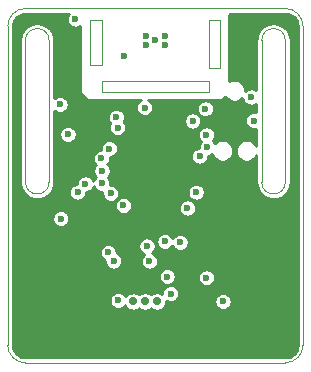
<source format=gbr>
G04 #@! TF.GenerationSoftware,KiCad,Pcbnew,5.1.2*
G04 #@! TF.CreationDate,2019-06-13T14:37:42+02:00*
G04 #@! TF.ProjectId,BodyTempUnit-e7,426f6479-5465-46d7-9055-6e69742d6537,rev?*
G04 #@! TF.SameCoordinates,Original*
G04 #@! TF.FileFunction,Copper,L2,Inr*
G04 #@! TF.FilePolarity,Positive*
%FSLAX46Y46*%
G04 Gerber Fmt 4.6, Leading zero omitted, Abs format (unit mm)*
G04 Created by KiCad (PCBNEW 5.1.2) date 2019-06-13 14:37:42*
%MOMM*%
%LPD*%
G04 APERTURE LIST*
%ADD10C,0.050000*%
%ADD11C,0.500000*%
%ADD12C,0.600000*%
%ADD13C,0.700000*%
%ADD14C,0.254000*%
G04 APERTURE END LIST*
D10*
X88505000Y-135000033D02*
G75*
G03X90005000Y-133510000I0J1500033D01*
G01*
X64998200Y-133501400D02*
G75*
G03X66498200Y-135001400I1500000J0D01*
G01*
X82000000Y-112100000D02*
X82000000Y-111100000D01*
X73000000Y-112100000D02*
X73000000Y-111100000D01*
X72000000Y-109800000D02*
X73000000Y-109800000D01*
X82000000Y-110000000D02*
X83000000Y-110000000D01*
X83000000Y-106000000D02*
X83000000Y-110000000D01*
X82000000Y-106000000D02*
X83000000Y-106000000D01*
X82000000Y-106000000D02*
X82000000Y-110000000D01*
X72000000Y-106000000D02*
X72000000Y-109800000D01*
X73000000Y-106000000D02*
X72000000Y-106000000D01*
X73000000Y-109800000D02*
X73000000Y-106000000D01*
X82000000Y-112100000D02*
X73000000Y-112100000D01*
X66500000Y-105000000D02*
G75*
G03X65000000Y-106500000I0J-1500000D01*
G01*
X90000000Y-106500000D02*
G75*
G03X88500000Y-105000000I-1500000J0D01*
G01*
X90000000Y-106500000D02*
X90005000Y-133510000D01*
X65001100Y-106500000D02*
X64999600Y-133501400D01*
X66500000Y-105000000D02*
X88500000Y-105000000D01*
X88500000Y-107700000D02*
X88500000Y-119700000D01*
X86500000Y-119700000D02*
X86500000Y-107700000D01*
X88500000Y-119700000D02*
G75*
G02X86500000Y-119700000I-1000000J0D01*
G01*
X86500000Y-107700000D02*
G75*
G02X88500000Y-107700000I1000000J0D01*
G01*
X68500000Y-107700000D02*
X68500000Y-119700000D01*
X66500000Y-107700000D02*
G75*
G02X68500000Y-107700000I1000000J0D01*
G01*
X68500000Y-119700000D02*
G75*
G02X66500000Y-119700000I-1000000J0D01*
G01*
X66500000Y-119700000D02*
X66500000Y-107700000D01*
X73000000Y-111100000D02*
X82000000Y-111100000D01*
X88505000Y-135000000D02*
X66498200Y-135000000D01*
D11*
X78501100Y-118233600D03*
X78501100Y-119233600D03*
X78501100Y-120233600D03*
X77501100Y-118233600D03*
X77501100Y-119233600D03*
X77501100Y-120233600D03*
X76501100Y-118233600D03*
X76501100Y-119233600D03*
X76501100Y-120233600D03*
D12*
X76600000Y-113400000D03*
X69425000Y-113125000D03*
X78300000Y-124725000D03*
X80675000Y-114524998D03*
D13*
X75625000Y-129800000D03*
X76625000Y-129800000D03*
X77625000Y-129800000D03*
D12*
X70725000Y-105900000D03*
X81825000Y-127800000D03*
X85600006Y-112500006D03*
X69500000Y-122800000D03*
X76625000Y-127300000D03*
X77500000Y-107700000D03*
X76700000Y-107300000D03*
X78300000Y-107300000D03*
X76700000Y-108100000D03*
X78300000Y-108100000D03*
X71125000Y-115425000D03*
X80641413Y-113358587D03*
X74525000Y-131200000D03*
X74525000Y-132200000D03*
X74525000Y-133200000D03*
X80325000Y-132400000D03*
X68525000Y-126000000D03*
X67725000Y-126000000D03*
X66925000Y-126000000D03*
X86225000Y-126000000D03*
X87025000Y-126000000D03*
X87825000Y-126000000D03*
X70825000Y-110400000D03*
X80615000Y-124850000D03*
X73555000Y-123510000D03*
X85825000Y-115600000D03*
X74825000Y-109000000D03*
X83315000Y-125030000D03*
X71225000Y-122900000D03*
X69250000Y-119875000D03*
X74200010Y-114200000D03*
X72924995Y-117675001D03*
X74300000Y-115100000D03*
X73600032Y-116874998D03*
X74345000Y-129710000D03*
X74799988Y-121675000D03*
X80950000Y-120550000D03*
X83225000Y-129800000D03*
X73975002Y-126375000D03*
X73725000Y-120650000D03*
X80200000Y-121900000D03*
X79600000Y-124799984D03*
X77000000Y-126400000D03*
X76790622Y-125109626D03*
X73505000Y-125659999D03*
X72950000Y-119800000D03*
X70925000Y-120550000D03*
X71574993Y-119849997D03*
X70100000Y-115650000D03*
X81905583Y-116760363D03*
X72975000Y-118750000D03*
X81725012Y-113500000D03*
X81824998Y-115700000D03*
X85824996Y-114500000D03*
X81250014Y-117500000D03*
X78500000Y-127700000D03*
X78800001Y-129150000D03*
D14*
G36*
X70080741Y-105555636D02*
G01*
X70025938Y-105687942D01*
X69998000Y-105828397D01*
X69998000Y-105971603D01*
X70025938Y-106112058D01*
X70080741Y-106244364D01*
X70160302Y-106363436D01*
X70261564Y-106464698D01*
X70380636Y-106544259D01*
X70512942Y-106599062D01*
X70653397Y-106627000D01*
X70796603Y-106627000D01*
X70937058Y-106599062D01*
X71069364Y-106544259D01*
X71098000Y-106525125D01*
X71098000Y-112100000D01*
X71100440Y-112124776D01*
X71107667Y-112148601D01*
X71119403Y-112170557D01*
X71135197Y-112189803D01*
X71635197Y-112689803D01*
X71654443Y-112705597D01*
X71676399Y-112717333D01*
X71700224Y-112724560D01*
X71725000Y-112727000D01*
X76325023Y-112727000D01*
X76255636Y-112755741D01*
X76136564Y-112835302D01*
X76035302Y-112936564D01*
X75955741Y-113055636D01*
X75900938Y-113187942D01*
X75873000Y-113328397D01*
X75873000Y-113471603D01*
X75900938Y-113612058D01*
X75955741Y-113744364D01*
X76035302Y-113863436D01*
X76136564Y-113964698D01*
X76255636Y-114044259D01*
X76387942Y-114099062D01*
X76528397Y-114127000D01*
X76671603Y-114127000D01*
X76812058Y-114099062D01*
X76944364Y-114044259D01*
X77063436Y-113964698D01*
X77164698Y-113863436D01*
X77244259Y-113744364D01*
X77299062Y-113612058D01*
X77327000Y-113471603D01*
X77327000Y-113428397D01*
X80998012Y-113428397D01*
X80998012Y-113571603D01*
X81025950Y-113712058D01*
X81080753Y-113844364D01*
X81160314Y-113963436D01*
X81261576Y-114064698D01*
X81380648Y-114144259D01*
X81512954Y-114199062D01*
X81653409Y-114227000D01*
X81796615Y-114227000D01*
X81937070Y-114199062D01*
X82069376Y-114144259D01*
X82188448Y-114064698D01*
X82289710Y-113963436D01*
X82369271Y-113844364D01*
X82424074Y-113712058D01*
X82452012Y-113571603D01*
X82452012Y-113428397D01*
X82424074Y-113287942D01*
X82369271Y-113155636D01*
X82289710Y-113036564D01*
X82188448Y-112935302D01*
X82069376Y-112855741D01*
X81937070Y-112800938D01*
X81796615Y-112773000D01*
X81653409Y-112773000D01*
X81512954Y-112800938D01*
X81380648Y-112855741D01*
X81261576Y-112935302D01*
X81160314Y-113036564D01*
X81080753Y-113155636D01*
X81025950Y-113287942D01*
X80998012Y-113428397D01*
X77327000Y-113428397D01*
X77327000Y-113328397D01*
X77299062Y-113187942D01*
X77244259Y-113055636D01*
X77164698Y-112936564D01*
X77063436Y-112835302D01*
X76944364Y-112755741D01*
X76874977Y-112727000D01*
X83125000Y-112727000D01*
X83149776Y-112724560D01*
X83173601Y-112717333D01*
X83195557Y-112705597D01*
X83214803Y-112689803D01*
X83432762Y-112471844D01*
X83483603Y-112547932D01*
X83612068Y-112676397D01*
X83763127Y-112777332D01*
X83930975Y-112846857D01*
X84109161Y-112882300D01*
X84290839Y-112882300D01*
X84469025Y-112846857D01*
X84636873Y-112777332D01*
X84787932Y-112676397D01*
X84876277Y-112588052D01*
X84900944Y-112712064D01*
X84955747Y-112844370D01*
X85035308Y-112963442D01*
X85136570Y-113064704D01*
X85255642Y-113144265D01*
X85387948Y-113199068D01*
X85528403Y-113227006D01*
X85671609Y-113227006D01*
X85812064Y-113199068D01*
X85944370Y-113144265D01*
X86048001Y-113075022D01*
X86048000Y-113805472D01*
X86037054Y-113800938D01*
X85896599Y-113773000D01*
X85753393Y-113773000D01*
X85612938Y-113800938D01*
X85480632Y-113855741D01*
X85361560Y-113935302D01*
X85260298Y-114036564D01*
X85180737Y-114155636D01*
X85125934Y-114287942D01*
X85097996Y-114428397D01*
X85097996Y-114571603D01*
X85125934Y-114712058D01*
X85180737Y-114844364D01*
X85260298Y-114963436D01*
X85361560Y-115064698D01*
X85480632Y-115144259D01*
X85612938Y-115199062D01*
X85753393Y-115227000D01*
X85896599Y-115227000D01*
X86037054Y-115199062D01*
X86048000Y-115194528D01*
X86048000Y-116638539D01*
X86033332Y-116603127D01*
X85932397Y-116452068D01*
X85803932Y-116323603D01*
X85652873Y-116222668D01*
X85485025Y-116153143D01*
X85306839Y-116117700D01*
X85125161Y-116117700D01*
X84946975Y-116153143D01*
X84779127Y-116222668D01*
X84628068Y-116323603D01*
X84499603Y-116452068D01*
X84398668Y-116603127D01*
X84329143Y-116770975D01*
X84293700Y-116949161D01*
X84293700Y-117130839D01*
X84329143Y-117309025D01*
X84398668Y-117476873D01*
X84499603Y-117627932D01*
X84628068Y-117756397D01*
X84779127Y-117857332D01*
X84946975Y-117926857D01*
X85125161Y-117962300D01*
X85306839Y-117962300D01*
X85485025Y-117926857D01*
X85652873Y-117857332D01*
X85803932Y-117756397D01*
X85932397Y-117627932D01*
X86033332Y-117476873D01*
X86048000Y-117441461D01*
X86048000Y-119722204D01*
X86050254Y-119745089D01*
X86050254Y-119758069D01*
X86050914Y-119764346D01*
X86072669Y-119958296D01*
X86081182Y-119998344D01*
X86089144Y-120038556D01*
X86091010Y-120044585D01*
X86150023Y-120230615D01*
X86166181Y-120268314D01*
X86181773Y-120306143D01*
X86184771Y-120311687D01*
X86184775Y-120311697D01*
X86184781Y-120311705D01*
X86278797Y-120482720D01*
X86301936Y-120516514D01*
X86324612Y-120550644D01*
X86328632Y-120555503D01*
X86328635Y-120555508D01*
X86328639Y-120555512D01*
X86454084Y-120705012D01*
X86483370Y-120733692D01*
X86512222Y-120762746D01*
X86517101Y-120766724D01*
X86517111Y-120766734D01*
X86517122Y-120766741D01*
X86669213Y-120889025D01*
X86703492Y-120911457D01*
X86737453Y-120934364D01*
X86743020Y-120937324D01*
X86743028Y-120937329D01*
X86743036Y-120937332D01*
X86915981Y-121027747D01*
X86953982Y-121043101D01*
X86991734Y-121058970D01*
X86997764Y-121060790D01*
X86997773Y-121060794D01*
X86997782Y-121060796D01*
X87185002Y-121115897D01*
X87225206Y-121123566D01*
X87265370Y-121131811D01*
X87271652Y-121132427D01*
X87466013Y-121150116D01*
X87506981Y-121149830D01*
X87547948Y-121150116D01*
X87554229Y-121149500D01*
X87748326Y-121129099D01*
X87788470Y-121120859D01*
X87828696Y-121113185D01*
X87834736Y-121111362D01*
X87834742Y-121111360D01*
X88021176Y-121053649D01*
X88058982Y-121037757D01*
X88096925Y-121022427D01*
X88102493Y-121019467D01*
X88102498Y-121019465D01*
X88102502Y-121019462D01*
X88274174Y-120926640D01*
X88308138Y-120903732D01*
X88342419Y-120881298D01*
X88347300Y-120877317D01*
X88347308Y-120877311D01*
X88347315Y-120877304D01*
X88497687Y-120752906D01*
X88526554Y-120723836D01*
X88555823Y-120695174D01*
X88559846Y-120690311D01*
X88683196Y-120539069D01*
X88705862Y-120504954D01*
X88729012Y-120471144D01*
X88732014Y-120465593D01*
X88823639Y-120293270D01*
X88839260Y-120255370D01*
X88855388Y-120217741D01*
X88857251Y-120211722D01*
X88857255Y-120211712D01*
X88857257Y-120211702D01*
X88913664Y-120024876D01*
X88921626Y-119984663D01*
X88930138Y-119944618D01*
X88930798Y-119938342D01*
X88949843Y-119744108D01*
X88949843Y-119744105D01*
X88952000Y-119722205D01*
X88952000Y-107677795D01*
X88949746Y-107654910D01*
X88949746Y-107641930D01*
X88949086Y-107635654D01*
X88927331Y-107441704D01*
X88918818Y-107401656D01*
X88910856Y-107361444D01*
X88908990Y-107355415D01*
X88849977Y-107169385D01*
X88833836Y-107131726D01*
X88818227Y-107093857D01*
X88815226Y-107088305D01*
X88721203Y-106917280D01*
X88698082Y-106883513D01*
X88675389Y-106849356D01*
X88671366Y-106844494D01*
X88671365Y-106844492D01*
X88671361Y-106844488D01*
X88545916Y-106694988D01*
X88516630Y-106666308D01*
X88487778Y-106637254D01*
X88482893Y-106633270D01*
X88482889Y-106633266D01*
X88482885Y-106633263D01*
X88330787Y-106510975D01*
X88296517Y-106488549D01*
X88262546Y-106465635D01*
X88256980Y-106462676D01*
X88256972Y-106462671D01*
X88256964Y-106462668D01*
X88084018Y-106372253D01*
X88046017Y-106356899D01*
X88008265Y-106341030D01*
X88002236Y-106339210D01*
X88002227Y-106339206D01*
X88002218Y-106339204D01*
X87814998Y-106284103D01*
X87774786Y-106276432D01*
X87734629Y-106268189D01*
X87728348Y-106267573D01*
X87533986Y-106249884D01*
X87493019Y-106250170D01*
X87452052Y-106249884D01*
X87445771Y-106250500D01*
X87251674Y-106270901D01*
X87211530Y-106279141D01*
X87171304Y-106286815D01*
X87165264Y-106288638D01*
X87165258Y-106288640D01*
X86978824Y-106346351D01*
X86941018Y-106362243D01*
X86903075Y-106377573D01*
X86897511Y-106380531D01*
X86897502Y-106380535D01*
X86897495Y-106380540D01*
X86725826Y-106473360D01*
X86691862Y-106496268D01*
X86657581Y-106518702D01*
X86652690Y-106522691D01*
X86502313Y-106647095D01*
X86473448Y-106676161D01*
X86444177Y-106704826D01*
X86440159Y-106709683D01*
X86440153Y-106709689D01*
X86440149Y-106709696D01*
X86316804Y-106860931D01*
X86294150Y-106895028D01*
X86270988Y-106928855D01*
X86267991Y-106934399D01*
X86267986Y-106934407D01*
X86267983Y-106934415D01*
X86176361Y-107106729D01*
X86160739Y-107144631D01*
X86144612Y-107182259D01*
X86142749Y-107188278D01*
X86142745Y-107188288D01*
X86142743Y-107188298D01*
X86086337Y-107375124D01*
X86078380Y-107415307D01*
X86069862Y-107455382D01*
X86069202Y-107461659D01*
X86050157Y-107655892D01*
X86050157Y-107655905D01*
X86048001Y-107677795D01*
X86048001Y-111924990D01*
X85944370Y-111855747D01*
X85812064Y-111800944D01*
X85671609Y-111773006D01*
X85528403Y-111773006D01*
X85387948Y-111800944D01*
X85255642Y-111855747D01*
X85136570Y-111935308D01*
X85122300Y-111949578D01*
X85122300Y-111869161D01*
X85086857Y-111690975D01*
X85017332Y-111523127D01*
X84916397Y-111372068D01*
X84787932Y-111243603D01*
X84636873Y-111142668D01*
X84469025Y-111073143D01*
X84290839Y-111037700D01*
X84109161Y-111037700D01*
X83930975Y-111073143D01*
X83763127Y-111142668D01*
X83752000Y-111150103D01*
X83752000Y-105552606D01*
X83852606Y-105452000D01*
X88477892Y-105452000D01*
X88703139Y-105474085D01*
X88898537Y-105533080D01*
X89078753Y-105628903D01*
X89236930Y-105757908D01*
X89367034Y-105915178D01*
X89464115Y-106094725D01*
X89524472Y-106289706D01*
X89548003Y-106513593D01*
X89552997Y-133486413D01*
X89529570Y-133709979D01*
X89469271Y-133904988D01*
X89372246Y-134084570D01*
X89242188Y-134241883D01*
X89084049Y-134370940D01*
X88903852Y-134466826D01*
X88708467Y-134525884D01*
X88483630Y-134548000D01*
X66506030Y-134548000D01*
X66295061Y-134527315D01*
X66099663Y-134468320D01*
X65919449Y-134372499D01*
X65761270Y-134243491D01*
X65631168Y-134086224D01*
X65534085Y-133906675D01*
X65473728Y-133711694D01*
X65451599Y-133501145D01*
X65451813Y-129638397D01*
X73618000Y-129638397D01*
X73618000Y-129781603D01*
X73645938Y-129922058D01*
X73700741Y-130054364D01*
X73780302Y-130173436D01*
X73881564Y-130274698D01*
X74000636Y-130354259D01*
X74132942Y-130409062D01*
X74273397Y-130437000D01*
X74416603Y-130437000D01*
X74557058Y-130409062D01*
X74689364Y-130354259D01*
X74808436Y-130274698D01*
X74909698Y-130173436D01*
X74927578Y-130146676D01*
X74936431Y-130168048D01*
X75021464Y-130295309D01*
X75129691Y-130403536D01*
X75256952Y-130488569D01*
X75398357Y-130547141D01*
X75548472Y-130577000D01*
X75701528Y-130577000D01*
X75851643Y-130547141D01*
X75993048Y-130488569D01*
X76120309Y-130403536D01*
X76125000Y-130398845D01*
X76129691Y-130403536D01*
X76256952Y-130488569D01*
X76398357Y-130547141D01*
X76548472Y-130577000D01*
X76701528Y-130577000D01*
X76851643Y-130547141D01*
X76993048Y-130488569D01*
X77120309Y-130403536D01*
X77125000Y-130398845D01*
X77129691Y-130403536D01*
X77256952Y-130488569D01*
X77398357Y-130547141D01*
X77548472Y-130577000D01*
X77701528Y-130577000D01*
X77851643Y-130547141D01*
X77993048Y-130488569D01*
X78120309Y-130403536D01*
X78228536Y-130295309D01*
X78313569Y-130168048D01*
X78372141Y-130026643D01*
X78402000Y-129876528D01*
X78402000Y-129758420D01*
X78455637Y-129794259D01*
X78587943Y-129849062D01*
X78728398Y-129877000D01*
X78871604Y-129877000D01*
X79012059Y-129849062D01*
X79144365Y-129794259D01*
X79242934Y-129728397D01*
X82498000Y-129728397D01*
X82498000Y-129871603D01*
X82525938Y-130012058D01*
X82580741Y-130144364D01*
X82660302Y-130263436D01*
X82761564Y-130364698D01*
X82880636Y-130444259D01*
X83012942Y-130499062D01*
X83153397Y-130527000D01*
X83296603Y-130527000D01*
X83437058Y-130499062D01*
X83569364Y-130444259D01*
X83688436Y-130364698D01*
X83789698Y-130263436D01*
X83869259Y-130144364D01*
X83924062Y-130012058D01*
X83952000Y-129871603D01*
X83952000Y-129728397D01*
X83924062Y-129587942D01*
X83869259Y-129455636D01*
X83789698Y-129336564D01*
X83688436Y-129235302D01*
X83569364Y-129155741D01*
X83437058Y-129100938D01*
X83296603Y-129073000D01*
X83153397Y-129073000D01*
X83012942Y-129100938D01*
X82880636Y-129155741D01*
X82761564Y-129235302D01*
X82660302Y-129336564D01*
X82580741Y-129455636D01*
X82525938Y-129587942D01*
X82498000Y-129728397D01*
X79242934Y-129728397D01*
X79263437Y-129714698D01*
X79364699Y-129613436D01*
X79444260Y-129494364D01*
X79499063Y-129362058D01*
X79527001Y-129221603D01*
X79527001Y-129078397D01*
X79499063Y-128937942D01*
X79444260Y-128805636D01*
X79364699Y-128686564D01*
X79263437Y-128585302D01*
X79144365Y-128505741D01*
X79012059Y-128450938D01*
X78871604Y-128423000D01*
X78728398Y-128423000D01*
X78587943Y-128450938D01*
X78455637Y-128505741D01*
X78336565Y-128585302D01*
X78235303Y-128686564D01*
X78155742Y-128805636D01*
X78100939Y-128937942D01*
X78073001Y-129078397D01*
X78073001Y-129164854D01*
X77993048Y-129111431D01*
X77851643Y-129052859D01*
X77701528Y-129023000D01*
X77548472Y-129023000D01*
X77398357Y-129052859D01*
X77256952Y-129111431D01*
X77129691Y-129196464D01*
X77125000Y-129201155D01*
X77120309Y-129196464D01*
X76993048Y-129111431D01*
X76851643Y-129052859D01*
X76701528Y-129023000D01*
X76548472Y-129023000D01*
X76398357Y-129052859D01*
X76256952Y-129111431D01*
X76129691Y-129196464D01*
X76125000Y-129201155D01*
X76120309Y-129196464D01*
X75993048Y-129111431D01*
X75851643Y-129052859D01*
X75701528Y-129023000D01*
X75548472Y-129023000D01*
X75398357Y-129052859D01*
X75256952Y-129111431D01*
X75129691Y-129196464D01*
X75021464Y-129304691D01*
X74985000Y-129359263D01*
X74909698Y-129246564D01*
X74808436Y-129145302D01*
X74689364Y-129065741D01*
X74557058Y-129010938D01*
X74416603Y-128983000D01*
X74273397Y-128983000D01*
X74132942Y-129010938D01*
X74000636Y-129065741D01*
X73881564Y-129145302D01*
X73780302Y-129246564D01*
X73700741Y-129365636D01*
X73645938Y-129497942D01*
X73618000Y-129638397D01*
X65451813Y-129638397D01*
X65451924Y-127628397D01*
X77773000Y-127628397D01*
X77773000Y-127771603D01*
X77800938Y-127912058D01*
X77855741Y-128044364D01*
X77935302Y-128163436D01*
X78036564Y-128264698D01*
X78155636Y-128344259D01*
X78287942Y-128399062D01*
X78428397Y-128427000D01*
X78571603Y-128427000D01*
X78712058Y-128399062D01*
X78844364Y-128344259D01*
X78963436Y-128264698D01*
X79064698Y-128163436D01*
X79144259Y-128044364D01*
X79199062Y-127912058D01*
X79227000Y-127771603D01*
X79227000Y-127728397D01*
X81098000Y-127728397D01*
X81098000Y-127871603D01*
X81125938Y-128012058D01*
X81180741Y-128144364D01*
X81260302Y-128263436D01*
X81361564Y-128364698D01*
X81480636Y-128444259D01*
X81612942Y-128499062D01*
X81753397Y-128527000D01*
X81896603Y-128527000D01*
X82037058Y-128499062D01*
X82169364Y-128444259D01*
X82288436Y-128364698D01*
X82389698Y-128263436D01*
X82469259Y-128144364D01*
X82524062Y-128012058D01*
X82552000Y-127871603D01*
X82552000Y-127728397D01*
X82524062Y-127587942D01*
X82469259Y-127455636D01*
X82389698Y-127336564D01*
X82288436Y-127235302D01*
X82169364Y-127155741D01*
X82037058Y-127100938D01*
X81896603Y-127073000D01*
X81753397Y-127073000D01*
X81612942Y-127100938D01*
X81480636Y-127155741D01*
X81361564Y-127235302D01*
X81260302Y-127336564D01*
X81180741Y-127455636D01*
X81125938Y-127587942D01*
X81098000Y-127728397D01*
X79227000Y-127728397D01*
X79227000Y-127628397D01*
X79199062Y-127487942D01*
X79144259Y-127355636D01*
X79064698Y-127236564D01*
X78963436Y-127135302D01*
X78844364Y-127055741D01*
X78712058Y-127000938D01*
X78571603Y-126973000D01*
X78428397Y-126973000D01*
X78287942Y-127000938D01*
X78155636Y-127055741D01*
X78036564Y-127135302D01*
X77935302Y-127236564D01*
X77855741Y-127355636D01*
X77800938Y-127487942D01*
X77773000Y-127628397D01*
X65451924Y-127628397D01*
X65452038Y-125588396D01*
X72778000Y-125588396D01*
X72778000Y-125731602D01*
X72805938Y-125872057D01*
X72860741Y-126004363D01*
X72940302Y-126123435D01*
X73041564Y-126224697D01*
X73160636Y-126304258D01*
X73248002Y-126340446D01*
X73248002Y-126446603D01*
X73275940Y-126587058D01*
X73330743Y-126719364D01*
X73410304Y-126838436D01*
X73511566Y-126939698D01*
X73630638Y-127019259D01*
X73762944Y-127074062D01*
X73903399Y-127102000D01*
X74046605Y-127102000D01*
X74187060Y-127074062D01*
X74319366Y-127019259D01*
X74438438Y-126939698D01*
X74539700Y-126838436D01*
X74619261Y-126719364D01*
X74674064Y-126587058D01*
X74702002Y-126446603D01*
X74702002Y-126303397D01*
X74674064Y-126162942D01*
X74619261Y-126030636D01*
X74539700Y-125911564D01*
X74438438Y-125810302D01*
X74319366Y-125730741D01*
X74232000Y-125694553D01*
X74232000Y-125588396D01*
X74204062Y-125447941D01*
X74149259Y-125315635D01*
X74069698Y-125196563D01*
X73968436Y-125095301D01*
X73882714Y-125038023D01*
X76063622Y-125038023D01*
X76063622Y-125181229D01*
X76091560Y-125321684D01*
X76146363Y-125453990D01*
X76225924Y-125573062D01*
X76327186Y-125674324D01*
X76446258Y-125753885D01*
X76577225Y-125808133D01*
X76536564Y-125835302D01*
X76435302Y-125936564D01*
X76355741Y-126055636D01*
X76300938Y-126187942D01*
X76273000Y-126328397D01*
X76273000Y-126471603D01*
X76300938Y-126612058D01*
X76355741Y-126744364D01*
X76435302Y-126863436D01*
X76536564Y-126964698D01*
X76655636Y-127044259D01*
X76787942Y-127099062D01*
X76928397Y-127127000D01*
X77071603Y-127127000D01*
X77212058Y-127099062D01*
X77344364Y-127044259D01*
X77463436Y-126964698D01*
X77564698Y-126863436D01*
X77644259Y-126744364D01*
X77699062Y-126612058D01*
X77727000Y-126471603D01*
X77727000Y-126328397D01*
X77699062Y-126187942D01*
X77644259Y-126055636D01*
X77564698Y-125936564D01*
X77463436Y-125835302D01*
X77344364Y-125755741D01*
X77213397Y-125701493D01*
X77254058Y-125674324D01*
X77355320Y-125573062D01*
X77434881Y-125453990D01*
X77489684Y-125321684D01*
X77517622Y-125181229D01*
X77517622Y-125038023D01*
X77489684Y-124897568D01*
X77434881Y-124765262D01*
X77360136Y-124653397D01*
X77573000Y-124653397D01*
X77573000Y-124796603D01*
X77600938Y-124937058D01*
X77655741Y-125069364D01*
X77735302Y-125188436D01*
X77836564Y-125289698D01*
X77955636Y-125369259D01*
X78087942Y-125424062D01*
X78228397Y-125452000D01*
X78371603Y-125452000D01*
X78512058Y-125424062D01*
X78644364Y-125369259D01*
X78763436Y-125289698D01*
X78864698Y-125188436D01*
X78932174Y-125087451D01*
X78955741Y-125144348D01*
X79035302Y-125263420D01*
X79136564Y-125364682D01*
X79255636Y-125444243D01*
X79387942Y-125499046D01*
X79528397Y-125526984D01*
X79671603Y-125526984D01*
X79812058Y-125499046D01*
X79944364Y-125444243D01*
X80063436Y-125364682D01*
X80164698Y-125263420D01*
X80244259Y-125144348D01*
X80299062Y-125012042D01*
X80327000Y-124871587D01*
X80327000Y-124728381D01*
X80299062Y-124587926D01*
X80244259Y-124455620D01*
X80164698Y-124336548D01*
X80063436Y-124235286D01*
X79944364Y-124155725D01*
X79812058Y-124100922D01*
X79671603Y-124072984D01*
X79528397Y-124072984D01*
X79387942Y-124100922D01*
X79255636Y-124155725D01*
X79136564Y-124235286D01*
X79035302Y-124336548D01*
X78967826Y-124437533D01*
X78944259Y-124380636D01*
X78864698Y-124261564D01*
X78763436Y-124160302D01*
X78644364Y-124080741D01*
X78512058Y-124025938D01*
X78371603Y-123998000D01*
X78228397Y-123998000D01*
X78087942Y-124025938D01*
X77955636Y-124080741D01*
X77836564Y-124160302D01*
X77735302Y-124261564D01*
X77655741Y-124380636D01*
X77600938Y-124512942D01*
X77573000Y-124653397D01*
X77360136Y-124653397D01*
X77355320Y-124646190D01*
X77254058Y-124544928D01*
X77134986Y-124465367D01*
X77002680Y-124410564D01*
X76862225Y-124382626D01*
X76719019Y-124382626D01*
X76578564Y-124410564D01*
X76446258Y-124465367D01*
X76327186Y-124544928D01*
X76225924Y-124646190D01*
X76146363Y-124765262D01*
X76091560Y-124897568D01*
X76063622Y-125038023D01*
X73882714Y-125038023D01*
X73849364Y-125015740D01*
X73717058Y-124960937D01*
X73576603Y-124932999D01*
X73433397Y-124932999D01*
X73292942Y-124960937D01*
X73160636Y-125015740D01*
X73041564Y-125095301D01*
X72940302Y-125196563D01*
X72860741Y-125315635D01*
X72805938Y-125447941D01*
X72778000Y-125588396D01*
X65452038Y-125588396D01*
X65452197Y-122728397D01*
X68773000Y-122728397D01*
X68773000Y-122871603D01*
X68800938Y-123012058D01*
X68855741Y-123144364D01*
X68935302Y-123263436D01*
X69036564Y-123364698D01*
X69155636Y-123444259D01*
X69287942Y-123499062D01*
X69428397Y-123527000D01*
X69571603Y-123527000D01*
X69712058Y-123499062D01*
X69844364Y-123444259D01*
X69963436Y-123364698D01*
X70064698Y-123263436D01*
X70144259Y-123144364D01*
X70199062Y-123012058D01*
X70227000Y-122871603D01*
X70227000Y-122728397D01*
X70199062Y-122587942D01*
X70144259Y-122455636D01*
X70064698Y-122336564D01*
X69963436Y-122235302D01*
X69844364Y-122155741D01*
X69712058Y-122100938D01*
X69571603Y-122073000D01*
X69428397Y-122073000D01*
X69287942Y-122100938D01*
X69155636Y-122155741D01*
X69036564Y-122235302D01*
X68935302Y-122336564D01*
X68855741Y-122455636D01*
X68800938Y-122587942D01*
X68773000Y-122728397D01*
X65452197Y-122728397D01*
X65452259Y-121603397D01*
X74072988Y-121603397D01*
X74072988Y-121746603D01*
X74100926Y-121887058D01*
X74155729Y-122019364D01*
X74235290Y-122138436D01*
X74336552Y-122239698D01*
X74455624Y-122319259D01*
X74587930Y-122374062D01*
X74728385Y-122402000D01*
X74871591Y-122402000D01*
X75012046Y-122374062D01*
X75144352Y-122319259D01*
X75263424Y-122239698D01*
X75364686Y-122138436D01*
X75444247Y-122019364D01*
X75499050Y-121887058D01*
X75510718Y-121828397D01*
X79473000Y-121828397D01*
X79473000Y-121971603D01*
X79500938Y-122112058D01*
X79555741Y-122244364D01*
X79635302Y-122363436D01*
X79736564Y-122464698D01*
X79855636Y-122544259D01*
X79987942Y-122599062D01*
X80128397Y-122627000D01*
X80271603Y-122627000D01*
X80412058Y-122599062D01*
X80544364Y-122544259D01*
X80663436Y-122464698D01*
X80764698Y-122363436D01*
X80844259Y-122244364D01*
X80899062Y-122112058D01*
X80927000Y-121971603D01*
X80927000Y-121828397D01*
X80899062Y-121687942D01*
X80844259Y-121555636D01*
X80764698Y-121436564D01*
X80663436Y-121335302D01*
X80544364Y-121255741D01*
X80412058Y-121200938D01*
X80271603Y-121173000D01*
X80128397Y-121173000D01*
X79987942Y-121200938D01*
X79855636Y-121255741D01*
X79736564Y-121335302D01*
X79635302Y-121436564D01*
X79555741Y-121555636D01*
X79500938Y-121687942D01*
X79473000Y-121828397D01*
X75510718Y-121828397D01*
X75526988Y-121746603D01*
X75526988Y-121603397D01*
X75499050Y-121462942D01*
X75444247Y-121330636D01*
X75364686Y-121211564D01*
X75263424Y-121110302D01*
X75144352Y-121030741D01*
X75012046Y-120975938D01*
X74871591Y-120948000D01*
X74728385Y-120948000D01*
X74587930Y-120975938D01*
X74455624Y-121030741D01*
X74336552Y-121110302D01*
X74235290Y-121211564D01*
X74155729Y-121330636D01*
X74100926Y-121462942D01*
X74072988Y-121603397D01*
X65452259Y-121603397D01*
X65452364Y-119722204D01*
X66048000Y-119722204D01*
X66050254Y-119745089D01*
X66050254Y-119758069D01*
X66050914Y-119764346D01*
X66072669Y-119958296D01*
X66081182Y-119998344D01*
X66089144Y-120038556D01*
X66091010Y-120044585D01*
X66150023Y-120230615D01*
X66166181Y-120268314D01*
X66181773Y-120306143D01*
X66184771Y-120311687D01*
X66184775Y-120311697D01*
X66184781Y-120311705D01*
X66278797Y-120482720D01*
X66301936Y-120516514D01*
X66324612Y-120550644D01*
X66328632Y-120555503D01*
X66328635Y-120555508D01*
X66328639Y-120555512D01*
X66454084Y-120705012D01*
X66483370Y-120733692D01*
X66512222Y-120762746D01*
X66517101Y-120766724D01*
X66517111Y-120766734D01*
X66517122Y-120766741D01*
X66669213Y-120889025D01*
X66703492Y-120911457D01*
X66737453Y-120934364D01*
X66743020Y-120937324D01*
X66743028Y-120937329D01*
X66743036Y-120937332D01*
X66915981Y-121027747D01*
X66953982Y-121043101D01*
X66991734Y-121058970D01*
X66997764Y-121060790D01*
X66997773Y-121060794D01*
X66997782Y-121060796D01*
X67185002Y-121115897D01*
X67225206Y-121123566D01*
X67265370Y-121131811D01*
X67271652Y-121132427D01*
X67466013Y-121150116D01*
X67506981Y-121149830D01*
X67547948Y-121150116D01*
X67554229Y-121149500D01*
X67748326Y-121129099D01*
X67788470Y-121120859D01*
X67828696Y-121113185D01*
X67834736Y-121111362D01*
X67834742Y-121111360D01*
X68021176Y-121053649D01*
X68058982Y-121037757D01*
X68096925Y-121022427D01*
X68102493Y-121019467D01*
X68102498Y-121019465D01*
X68102502Y-121019462D01*
X68274174Y-120926640D01*
X68308138Y-120903732D01*
X68342419Y-120881298D01*
X68347300Y-120877317D01*
X68347308Y-120877311D01*
X68347315Y-120877304D01*
X68497687Y-120752906D01*
X68526554Y-120723836D01*
X68555823Y-120695174D01*
X68559846Y-120690311D01*
X68683196Y-120539069D01*
X68705862Y-120504954D01*
X68724045Y-120478397D01*
X70198000Y-120478397D01*
X70198000Y-120621603D01*
X70225938Y-120762058D01*
X70280741Y-120894364D01*
X70360302Y-121013436D01*
X70461564Y-121114698D01*
X70580636Y-121194259D01*
X70712942Y-121249062D01*
X70853397Y-121277000D01*
X70996603Y-121277000D01*
X71137058Y-121249062D01*
X71269364Y-121194259D01*
X71388436Y-121114698D01*
X71489698Y-121013436D01*
X71569259Y-120894364D01*
X71624062Y-120762058D01*
X71652000Y-120621603D01*
X71652000Y-120575922D01*
X71787051Y-120549059D01*
X71919357Y-120494256D01*
X72038429Y-120414695D01*
X72139691Y-120313433D01*
X72219252Y-120194361D01*
X72272851Y-120064961D01*
X72305741Y-120144364D01*
X72385302Y-120263436D01*
X72486564Y-120364698D01*
X72605636Y-120444259D01*
X72737942Y-120499062D01*
X72878397Y-120527000D01*
X73008223Y-120527000D01*
X72998000Y-120578397D01*
X72998000Y-120721603D01*
X73025938Y-120862058D01*
X73080741Y-120994364D01*
X73160302Y-121113436D01*
X73261564Y-121214698D01*
X73380636Y-121294259D01*
X73512942Y-121349062D01*
X73653397Y-121377000D01*
X73796603Y-121377000D01*
X73937058Y-121349062D01*
X74069364Y-121294259D01*
X74188436Y-121214698D01*
X74289698Y-121113436D01*
X74369259Y-120994364D01*
X74424062Y-120862058D01*
X74452000Y-120721603D01*
X74452000Y-120578397D01*
X74432109Y-120478397D01*
X80223000Y-120478397D01*
X80223000Y-120621603D01*
X80250938Y-120762058D01*
X80305741Y-120894364D01*
X80385302Y-121013436D01*
X80486564Y-121114698D01*
X80605636Y-121194259D01*
X80737942Y-121249062D01*
X80878397Y-121277000D01*
X81021603Y-121277000D01*
X81162058Y-121249062D01*
X81294364Y-121194259D01*
X81413436Y-121114698D01*
X81514698Y-121013436D01*
X81594259Y-120894364D01*
X81649062Y-120762058D01*
X81677000Y-120621603D01*
X81677000Y-120478397D01*
X81649062Y-120337942D01*
X81594259Y-120205636D01*
X81514698Y-120086564D01*
X81413436Y-119985302D01*
X81294364Y-119905741D01*
X81162058Y-119850938D01*
X81021603Y-119823000D01*
X80878397Y-119823000D01*
X80737942Y-119850938D01*
X80605636Y-119905741D01*
X80486564Y-119985302D01*
X80385302Y-120086564D01*
X80305741Y-120205636D01*
X80250938Y-120337942D01*
X80223000Y-120478397D01*
X74432109Y-120478397D01*
X74424062Y-120437942D01*
X74369259Y-120305636D01*
X74289698Y-120186564D01*
X74188436Y-120085302D01*
X74069364Y-120005741D01*
X73937058Y-119950938D01*
X73796603Y-119923000D01*
X73666777Y-119923000D01*
X73677000Y-119871603D01*
X73677000Y-119728397D01*
X73649062Y-119587942D01*
X73594259Y-119455636D01*
X73514698Y-119336564D01*
X73465634Y-119287500D01*
X73539698Y-119213436D01*
X73619259Y-119094364D01*
X73674062Y-118962058D01*
X73702000Y-118821603D01*
X73702000Y-118678397D01*
X73674062Y-118537942D01*
X73619259Y-118405636D01*
X73539698Y-118286564D01*
X73440632Y-118187498D01*
X73489693Y-118138437D01*
X73569254Y-118019365D01*
X73624057Y-117887059D01*
X73651995Y-117746604D01*
X73651995Y-117603398D01*
X73651717Y-117601998D01*
X73671635Y-117601998D01*
X73812090Y-117574060D01*
X73944396Y-117519257D01*
X74063468Y-117439696D01*
X74074767Y-117428397D01*
X80523014Y-117428397D01*
X80523014Y-117571603D01*
X80550952Y-117712058D01*
X80605755Y-117844364D01*
X80685316Y-117963436D01*
X80786578Y-118064698D01*
X80905650Y-118144259D01*
X81037956Y-118199062D01*
X81178411Y-118227000D01*
X81321617Y-118227000D01*
X81462072Y-118199062D01*
X81594378Y-118144259D01*
X81713450Y-118064698D01*
X81814712Y-117963436D01*
X81894273Y-117844364D01*
X81949076Y-117712058D01*
X81977014Y-117571603D01*
X81977014Y-117487363D01*
X81977186Y-117487363D01*
X82117641Y-117459425D01*
X82249947Y-117404622D01*
X82317926Y-117359200D01*
X82366668Y-117476873D01*
X82467603Y-117627932D01*
X82596068Y-117756397D01*
X82747127Y-117857332D01*
X82914975Y-117926857D01*
X83093161Y-117962300D01*
X83274839Y-117962300D01*
X83453025Y-117926857D01*
X83620873Y-117857332D01*
X83771932Y-117756397D01*
X83900397Y-117627932D01*
X84001332Y-117476873D01*
X84070857Y-117309025D01*
X84106300Y-117130839D01*
X84106300Y-116949161D01*
X84070857Y-116770975D01*
X84001332Y-116603127D01*
X83900397Y-116452068D01*
X83771932Y-116323603D01*
X83620873Y-116222668D01*
X83453025Y-116153143D01*
X83274839Y-116117700D01*
X83093161Y-116117700D01*
X82914975Y-116153143D01*
X82747127Y-116222668D01*
X82596068Y-116323603D01*
X82531349Y-116388322D01*
X82470281Y-116296927D01*
X82369019Y-116195665D01*
X82362094Y-116191038D01*
X82389696Y-116163436D01*
X82469257Y-116044364D01*
X82524060Y-115912058D01*
X82551998Y-115771603D01*
X82551998Y-115628397D01*
X82524060Y-115487942D01*
X82469257Y-115355636D01*
X82389696Y-115236564D01*
X82288434Y-115135302D01*
X82169362Y-115055741D01*
X82037056Y-115000938D01*
X81896601Y-114973000D01*
X81753395Y-114973000D01*
X81612940Y-115000938D01*
X81480634Y-115055741D01*
X81361562Y-115135302D01*
X81260300Y-115236564D01*
X81180739Y-115355636D01*
X81125936Y-115487942D01*
X81097998Y-115628397D01*
X81097998Y-115771603D01*
X81125936Y-115912058D01*
X81180739Y-116044364D01*
X81260300Y-116163436D01*
X81361562Y-116264698D01*
X81368487Y-116269325D01*
X81340885Y-116296927D01*
X81261324Y-116415999D01*
X81206521Y-116548305D01*
X81178583Y-116688760D01*
X81178583Y-116773000D01*
X81178411Y-116773000D01*
X81037956Y-116800938D01*
X80905650Y-116855741D01*
X80786578Y-116935302D01*
X80685316Y-117036564D01*
X80605755Y-117155636D01*
X80550952Y-117287942D01*
X80523014Y-117428397D01*
X74074767Y-117428397D01*
X74164730Y-117338434D01*
X74244291Y-117219362D01*
X74299094Y-117087056D01*
X74327032Y-116946601D01*
X74327032Y-116803395D01*
X74299094Y-116662940D01*
X74244291Y-116530634D01*
X74164730Y-116411562D01*
X74063468Y-116310300D01*
X73944396Y-116230739D01*
X73812090Y-116175936D01*
X73671635Y-116147998D01*
X73528429Y-116147998D01*
X73387974Y-116175936D01*
X73255668Y-116230739D01*
X73136596Y-116310300D01*
X73035334Y-116411562D01*
X72955773Y-116530634D01*
X72900970Y-116662940D01*
X72873032Y-116803395D01*
X72873032Y-116946601D01*
X72873310Y-116948001D01*
X72853392Y-116948001D01*
X72712937Y-116975939D01*
X72580631Y-117030742D01*
X72461559Y-117110303D01*
X72360297Y-117211565D01*
X72280736Y-117330637D01*
X72225933Y-117462943D01*
X72197995Y-117603398D01*
X72197995Y-117746604D01*
X72225933Y-117887059D01*
X72280736Y-118019365D01*
X72360297Y-118138437D01*
X72459363Y-118237503D01*
X72410302Y-118286564D01*
X72330741Y-118405636D01*
X72275938Y-118537942D01*
X72248000Y-118678397D01*
X72248000Y-118821603D01*
X72275938Y-118962058D01*
X72330741Y-119094364D01*
X72410302Y-119213436D01*
X72459366Y-119262500D01*
X72385302Y-119336564D01*
X72305741Y-119455636D01*
X72252142Y-119585036D01*
X72219252Y-119505633D01*
X72139691Y-119386561D01*
X72038429Y-119285299D01*
X71919357Y-119205738D01*
X71787051Y-119150935D01*
X71646596Y-119122997D01*
X71503390Y-119122997D01*
X71362935Y-119150935D01*
X71230629Y-119205738D01*
X71111557Y-119285299D01*
X71010295Y-119386561D01*
X70930734Y-119505633D01*
X70875931Y-119637939D01*
X70847993Y-119778394D01*
X70847993Y-119824075D01*
X70712942Y-119850938D01*
X70580636Y-119905741D01*
X70461564Y-119985302D01*
X70360302Y-120086564D01*
X70280741Y-120205636D01*
X70225938Y-120337942D01*
X70198000Y-120478397D01*
X68724045Y-120478397D01*
X68729012Y-120471144D01*
X68732014Y-120465593D01*
X68823639Y-120293270D01*
X68839260Y-120255370D01*
X68855388Y-120217741D01*
X68857251Y-120211722D01*
X68857255Y-120211712D01*
X68857257Y-120211702D01*
X68913664Y-120024876D01*
X68921626Y-119984663D01*
X68930138Y-119944618D01*
X68930798Y-119938342D01*
X68949843Y-119744108D01*
X68949843Y-119744105D01*
X68952000Y-119722205D01*
X68952000Y-115578397D01*
X69373000Y-115578397D01*
X69373000Y-115721603D01*
X69400938Y-115862058D01*
X69455741Y-115994364D01*
X69535302Y-116113436D01*
X69636564Y-116214698D01*
X69755636Y-116294259D01*
X69887942Y-116349062D01*
X70028397Y-116377000D01*
X70171603Y-116377000D01*
X70312058Y-116349062D01*
X70444364Y-116294259D01*
X70563436Y-116214698D01*
X70664698Y-116113436D01*
X70744259Y-115994364D01*
X70799062Y-115862058D01*
X70827000Y-115721603D01*
X70827000Y-115578397D01*
X70799062Y-115437942D01*
X70744259Y-115305636D01*
X70664698Y-115186564D01*
X70563436Y-115085302D01*
X70444364Y-115005741D01*
X70312058Y-114950938D01*
X70171603Y-114923000D01*
X70028397Y-114923000D01*
X69887942Y-114950938D01*
X69755636Y-115005741D01*
X69636564Y-115085302D01*
X69535302Y-115186564D01*
X69455741Y-115305636D01*
X69400938Y-115437942D01*
X69373000Y-115578397D01*
X68952000Y-115578397D01*
X68952000Y-114128397D01*
X73473010Y-114128397D01*
X73473010Y-114271603D01*
X73500948Y-114412058D01*
X73555751Y-114544364D01*
X73635312Y-114663436D01*
X73684488Y-114712612D01*
X73655741Y-114755636D01*
X73600938Y-114887942D01*
X73573000Y-115028397D01*
X73573000Y-115171603D01*
X73600938Y-115312058D01*
X73655741Y-115444364D01*
X73735302Y-115563436D01*
X73836564Y-115664698D01*
X73955636Y-115744259D01*
X74087942Y-115799062D01*
X74228397Y-115827000D01*
X74371603Y-115827000D01*
X74512058Y-115799062D01*
X74644364Y-115744259D01*
X74763436Y-115664698D01*
X74864698Y-115563436D01*
X74944259Y-115444364D01*
X74999062Y-115312058D01*
X75027000Y-115171603D01*
X75027000Y-115028397D01*
X74999062Y-114887942D01*
X74944259Y-114755636D01*
X74864698Y-114636564D01*
X74815522Y-114587388D01*
X74844269Y-114544364D01*
X74881949Y-114453395D01*
X79948000Y-114453395D01*
X79948000Y-114596601D01*
X79975938Y-114737056D01*
X80030741Y-114869362D01*
X80110302Y-114988434D01*
X80211564Y-115089696D01*
X80330636Y-115169257D01*
X80462942Y-115224060D01*
X80603397Y-115251998D01*
X80746603Y-115251998D01*
X80887058Y-115224060D01*
X81019364Y-115169257D01*
X81138436Y-115089696D01*
X81239698Y-114988434D01*
X81319259Y-114869362D01*
X81374062Y-114737056D01*
X81402000Y-114596601D01*
X81402000Y-114453395D01*
X81374062Y-114312940D01*
X81319259Y-114180634D01*
X81239698Y-114061562D01*
X81138436Y-113960300D01*
X81019364Y-113880739D01*
X80887058Y-113825936D01*
X80746603Y-113797998D01*
X80603397Y-113797998D01*
X80462942Y-113825936D01*
X80330636Y-113880739D01*
X80211564Y-113960300D01*
X80110302Y-114061562D01*
X80030741Y-114180634D01*
X79975938Y-114312940D01*
X79948000Y-114453395D01*
X74881949Y-114453395D01*
X74899072Y-114412058D01*
X74927010Y-114271603D01*
X74927010Y-114128397D01*
X74899072Y-113987942D01*
X74844269Y-113855636D01*
X74764708Y-113736564D01*
X74663446Y-113635302D01*
X74544374Y-113555741D01*
X74412068Y-113500938D01*
X74271613Y-113473000D01*
X74128407Y-113473000D01*
X73987952Y-113500938D01*
X73855646Y-113555741D01*
X73736574Y-113635302D01*
X73635312Y-113736564D01*
X73555751Y-113855636D01*
X73500948Y-113987942D01*
X73473010Y-114128397D01*
X68952000Y-114128397D01*
X68952000Y-113680134D01*
X68961564Y-113689698D01*
X69080636Y-113769259D01*
X69212942Y-113824062D01*
X69353397Y-113852000D01*
X69496603Y-113852000D01*
X69637058Y-113824062D01*
X69769364Y-113769259D01*
X69888436Y-113689698D01*
X69989698Y-113588436D01*
X70069259Y-113469364D01*
X70124062Y-113337058D01*
X70152000Y-113196603D01*
X70152000Y-113053397D01*
X70124062Y-112912942D01*
X70069259Y-112780636D01*
X69989698Y-112661564D01*
X69888436Y-112560302D01*
X69769364Y-112480741D01*
X69637058Y-112425938D01*
X69496603Y-112398000D01*
X69353397Y-112398000D01*
X69212942Y-112425938D01*
X69080636Y-112480741D01*
X68961564Y-112560302D01*
X68952000Y-112569866D01*
X68952000Y-107677795D01*
X68949746Y-107654910D01*
X68949746Y-107641930D01*
X68949086Y-107635654D01*
X68927331Y-107441704D01*
X68918818Y-107401656D01*
X68910856Y-107361444D01*
X68908990Y-107355415D01*
X68849977Y-107169385D01*
X68833836Y-107131726D01*
X68818227Y-107093857D01*
X68815226Y-107088305D01*
X68721203Y-106917280D01*
X68698082Y-106883513D01*
X68675389Y-106849356D01*
X68671366Y-106844494D01*
X68671365Y-106844492D01*
X68671361Y-106844488D01*
X68545916Y-106694988D01*
X68516630Y-106666308D01*
X68487778Y-106637254D01*
X68482893Y-106633270D01*
X68482889Y-106633266D01*
X68482885Y-106633263D01*
X68330787Y-106510975D01*
X68296517Y-106488549D01*
X68262546Y-106465635D01*
X68256980Y-106462676D01*
X68256972Y-106462671D01*
X68256964Y-106462668D01*
X68084018Y-106372253D01*
X68046017Y-106356899D01*
X68008265Y-106341030D01*
X68002236Y-106339210D01*
X68002227Y-106339206D01*
X68002218Y-106339204D01*
X67814998Y-106284103D01*
X67774786Y-106276432D01*
X67734629Y-106268189D01*
X67728348Y-106267573D01*
X67533986Y-106249884D01*
X67493019Y-106250170D01*
X67452052Y-106249884D01*
X67445771Y-106250500D01*
X67251674Y-106270901D01*
X67211530Y-106279141D01*
X67171304Y-106286815D01*
X67165264Y-106288638D01*
X67165258Y-106288640D01*
X66978824Y-106346351D01*
X66941018Y-106362243D01*
X66903075Y-106377573D01*
X66897511Y-106380531D01*
X66897502Y-106380535D01*
X66897495Y-106380540D01*
X66725826Y-106473360D01*
X66691862Y-106496268D01*
X66657581Y-106518702D01*
X66652690Y-106522691D01*
X66502313Y-106647095D01*
X66473448Y-106676161D01*
X66444177Y-106704826D01*
X66440159Y-106709683D01*
X66440153Y-106709689D01*
X66440149Y-106709696D01*
X66316804Y-106860931D01*
X66294150Y-106895028D01*
X66270988Y-106928855D01*
X66267991Y-106934399D01*
X66267986Y-106934407D01*
X66267983Y-106934415D01*
X66176361Y-107106729D01*
X66160739Y-107144631D01*
X66144612Y-107182259D01*
X66142749Y-107188278D01*
X66142745Y-107188288D01*
X66142743Y-107188298D01*
X66086337Y-107375124D01*
X66078380Y-107415307D01*
X66069862Y-107455382D01*
X66069202Y-107461659D01*
X66050157Y-107655892D01*
X66050157Y-107655905D01*
X66048001Y-107677795D01*
X66048000Y-119722204D01*
X65452364Y-119722204D01*
X65453099Y-106510898D01*
X65474085Y-106296861D01*
X65533080Y-106101463D01*
X65628903Y-105921247D01*
X65757908Y-105763070D01*
X65915178Y-105632966D01*
X66094725Y-105535885D01*
X66289706Y-105475528D01*
X66513568Y-105452000D01*
X70149988Y-105452000D01*
X70080741Y-105555636D01*
X70080741Y-105555636D01*
G37*
X70080741Y-105555636D02*
X70025938Y-105687942D01*
X69998000Y-105828397D01*
X69998000Y-105971603D01*
X70025938Y-106112058D01*
X70080741Y-106244364D01*
X70160302Y-106363436D01*
X70261564Y-106464698D01*
X70380636Y-106544259D01*
X70512942Y-106599062D01*
X70653397Y-106627000D01*
X70796603Y-106627000D01*
X70937058Y-106599062D01*
X71069364Y-106544259D01*
X71098000Y-106525125D01*
X71098000Y-112100000D01*
X71100440Y-112124776D01*
X71107667Y-112148601D01*
X71119403Y-112170557D01*
X71135197Y-112189803D01*
X71635197Y-112689803D01*
X71654443Y-112705597D01*
X71676399Y-112717333D01*
X71700224Y-112724560D01*
X71725000Y-112727000D01*
X76325023Y-112727000D01*
X76255636Y-112755741D01*
X76136564Y-112835302D01*
X76035302Y-112936564D01*
X75955741Y-113055636D01*
X75900938Y-113187942D01*
X75873000Y-113328397D01*
X75873000Y-113471603D01*
X75900938Y-113612058D01*
X75955741Y-113744364D01*
X76035302Y-113863436D01*
X76136564Y-113964698D01*
X76255636Y-114044259D01*
X76387942Y-114099062D01*
X76528397Y-114127000D01*
X76671603Y-114127000D01*
X76812058Y-114099062D01*
X76944364Y-114044259D01*
X77063436Y-113964698D01*
X77164698Y-113863436D01*
X77244259Y-113744364D01*
X77299062Y-113612058D01*
X77327000Y-113471603D01*
X77327000Y-113428397D01*
X80998012Y-113428397D01*
X80998012Y-113571603D01*
X81025950Y-113712058D01*
X81080753Y-113844364D01*
X81160314Y-113963436D01*
X81261576Y-114064698D01*
X81380648Y-114144259D01*
X81512954Y-114199062D01*
X81653409Y-114227000D01*
X81796615Y-114227000D01*
X81937070Y-114199062D01*
X82069376Y-114144259D01*
X82188448Y-114064698D01*
X82289710Y-113963436D01*
X82369271Y-113844364D01*
X82424074Y-113712058D01*
X82452012Y-113571603D01*
X82452012Y-113428397D01*
X82424074Y-113287942D01*
X82369271Y-113155636D01*
X82289710Y-113036564D01*
X82188448Y-112935302D01*
X82069376Y-112855741D01*
X81937070Y-112800938D01*
X81796615Y-112773000D01*
X81653409Y-112773000D01*
X81512954Y-112800938D01*
X81380648Y-112855741D01*
X81261576Y-112935302D01*
X81160314Y-113036564D01*
X81080753Y-113155636D01*
X81025950Y-113287942D01*
X80998012Y-113428397D01*
X77327000Y-113428397D01*
X77327000Y-113328397D01*
X77299062Y-113187942D01*
X77244259Y-113055636D01*
X77164698Y-112936564D01*
X77063436Y-112835302D01*
X76944364Y-112755741D01*
X76874977Y-112727000D01*
X83125000Y-112727000D01*
X83149776Y-112724560D01*
X83173601Y-112717333D01*
X83195557Y-112705597D01*
X83214803Y-112689803D01*
X83432762Y-112471844D01*
X83483603Y-112547932D01*
X83612068Y-112676397D01*
X83763127Y-112777332D01*
X83930975Y-112846857D01*
X84109161Y-112882300D01*
X84290839Y-112882300D01*
X84469025Y-112846857D01*
X84636873Y-112777332D01*
X84787932Y-112676397D01*
X84876277Y-112588052D01*
X84900944Y-112712064D01*
X84955747Y-112844370D01*
X85035308Y-112963442D01*
X85136570Y-113064704D01*
X85255642Y-113144265D01*
X85387948Y-113199068D01*
X85528403Y-113227006D01*
X85671609Y-113227006D01*
X85812064Y-113199068D01*
X85944370Y-113144265D01*
X86048001Y-113075022D01*
X86048000Y-113805472D01*
X86037054Y-113800938D01*
X85896599Y-113773000D01*
X85753393Y-113773000D01*
X85612938Y-113800938D01*
X85480632Y-113855741D01*
X85361560Y-113935302D01*
X85260298Y-114036564D01*
X85180737Y-114155636D01*
X85125934Y-114287942D01*
X85097996Y-114428397D01*
X85097996Y-114571603D01*
X85125934Y-114712058D01*
X85180737Y-114844364D01*
X85260298Y-114963436D01*
X85361560Y-115064698D01*
X85480632Y-115144259D01*
X85612938Y-115199062D01*
X85753393Y-115227000D01*
X85896599Y-115227000D01*
X86037054Y-115199062D01*
X86048000Y-115194528D01*
X86048000Y-116638539D01*
X86033332Y-116603127D01*
X85932397Y-116452068D01*
X85803932Y-116323603D01*
X85652873Y-116222668D01*
X85485025Y-116153143D01*
X85306839Y-116117700D01*
X85125161Y-116117700D01*
X84946975Y-116153143D01*
X84779127Y-116222668D01*
X84628068Y-116323603D01*
X84499603Y-116452068D01*
X84398668Y-116603127D01*
X84329143Y-116770975D01*
X84293700Y-116949161D01*
X84293700Y-117130839D01*
X84329143Y-117309025D01*
X84398668Y-117476873D01*
X84499603Y-117627932D01*
X84628068Y-117756397D01*
X84779127Y-117857332D01*
X84946975Y-117926857D01*
X85125161Y-117962300D01*
X85306839Y-117962300D01*
X85485025Y-117926857D01*
X85652873Y-117857332D01*
X85803932Y-117756397D01*
X85932397Y-117627932D01*
X86033332Y-117476873D01*
X86048000Y-117441461D01*
X86048000Y-119722204D01*
X86050254Y-119745089D01*
X86050254Y-119758069D01*
X86050914Y-119764346D01*
X86072669Y-119958296D01*
X86081182Y-119998344D01*
X86089144Y-120038556D01*
X86091010Y-120044585D01*
X86150023Y-120230615D01*
X86166181Y-120268314D01*
X86181773Y-120306143D01*
X86184771Y-120311687D01*
X86184775Y-120311697D01*
X86184781Y-120311705D01*
X86278797Y-120482720D01*
X86301936Y-120516514D01*
X86324612Y-120550644D01*
X86328632Y-120555503D01*
X86328635Y-120555508D01*
X86328639Y-120555512D01*
X86454084Y-120705012D01*
X86483370Y-120733692D01*
X86512222Y-120762746D01*
X86517101Y-120766724D01*
X86517111Y-120766734D01*
X86517122Y-120766741D01*
X86669213Y-120889025D01*
X86703492Y-120911457D01*
X86737453Y-120934364D01*
X86743020Y-120937324D01*
X86743028Y-120937329D01*
X86743036Y-120937332D01*
X86915981Y-121027747D01*
X86953982Y-121043101D01*
X86991734Y-121058970D01*
X86997764Y-121060790D01*
X86997773Y-121060794D01*
X86997782Y-121060796D01*
X87185002Y-121115897D01*
X87225206Y-121123566D01*
X87265370Y-121131811D01*
X87271652Y-121132427D01*
X87466013Y-121150116D01*
X87506981Y-121149830D01*
X87547948Y-121150116D01*
X87554229Y-121149500D01*
X87748326Y-121129099D01*
X87788470Y-121120859D01*
X87828696Y-121113185D01*
X87834736Y-121111362D01*
X87834742Y-121111360D01*
X88021176Y-121053649D01*
X88058982Y-121037757D01*
X88096925Y-121022427D01*
X88102493Y-121019467D01*
X88102498Y-121019465D01*
X88102502Y-121019462D01*
X88274174Y-120926640D01*
X88308138Y-120903732D01*
X88342419Y-120881298D01*
X88347300Y-120877317D01*
X88347308Y-120877311D01*
X88347315Y-120877304D01*
X88497687Y-120752906D01*
X88526554Y-120723836D01*
X88555823Y-120695174D01*
X88559846Y-120690311D01*
X88683196Y-120539069D01*
X88705862Y-120504954D01*
X88729012Y-120471144D01*
X88732014Y-120465593D01*
X88823639Y-120293270D01*
X88839260Y-120255370D01*
X88855388Y-120217741D01*
X88857251Y-120211722D01*
X88857255Y-120211712D01*
X88857257Y-120211702D01*
X88913664Y-120024876D01*
X88921626Y-119984663D01*
X88930138Y-119944618D01*
X88930798Y-119938342D01*
X88949843Y-119744108D01*
X88949843Y-119744105D01*
X88952000Y-119722205D01*
X88952000Y-107677795D01*
X88949746Y-107654910D01*
X88949746Y-107641930D01*
X88949086Y-107635654D01*
X88927331Y-107441704D01*
X88918818Y-107401656D01*
X88910856Y-107361444D01*
X88908990Y-107355415D01*
X88849977Y-107169385D01*
X88833836Y-107131726D01*
X88818227Y-107093857D01*
X88815226Y-107088305D01*
X88721203Y-106917280D01*
X88698082Y-106883513D01*
X88675389Y-106849356D01*
X88671366Y-106844494D01*
X88671365Y-106844492D01*
X88671361Y-106844488D01*
X88545916Y-106694988D01*
X88516630Y-106666308D01*
X88487778Y-106637254D01*
X88482893Y-106633270D01*
X88482889Y-106633266D01*
X88482885Y-106633263D01*
X88330787Y-106510975D01*
X88296517Y-106488549D01*
X88262546Y-106465635D01*
X88256980Y-106462676D01*
X88256972Y-106462671D01*
X88256964Y-106462668D01*
X88084018Y-106372253D01*
X88046017Y-106356899D01*
X88008265Y-106341030D01*
X88002236Y-106339210D01*
X88002227Y-106339206D01*
X88002218Y-106339204D01*
X87814998Y-106284103D01*
X87774786Y-106276432D01*
X87734629Y-106268189D01*
X87728348Y-106267573D01*
X87533986Y-106249884D01*
X87493019Y-106250170D01*
X87452052Y-106249884D01*
X87445771Y-106250500D01*
X87251674Y-106270901D01*
X87211530Y-106279141D01*
X87171304Y-106286815D01*
X87165264Y-106288638D01*
X87165258Y-106288640D01*
X86978824Y-106346351D01*
X86941018Y-106362243D01*
X86903075Y-106377573D01*
X86897511Y-106380531D01*
X86897502Y-106380535D01*
X86897495Y-106380540D01*
X86725826Y-106473360D01*
X86691862Y-106496268D01*
X86657581Y-106518702D01*
X86652690Y-106522691D01*
X86502313Y-106647095D01*
X86473448Y-106676161D01*
X86444177Y-106704826D01*
X86440159Y-106709683D01*
X86440153Y-106709689D01*
X86440149Y-106709696D01*
X86316804Y-106860931D01*
X86294150Y-106895028D01*
X86270988Y-106928855D01*
X86267991Y-106934399D01*
X86267986Y-106934407D01*
X86267983Y-106934415D01*
X86176361Y-107106729D01*
X86160739Y-107144631D01*
X86144612Y-107182259D01*
X86142749Y-107188278D01*
X86142745Y-107188288D01*
X86142743Y-107188298D01*
X86086337Y-107375124D01*
X86078380Y-107415307D01*
X86069862Y-107455382D01*
X86069202Y-107461659D01*
X86050157Y-107655892D01*
X86050157Y-107655905D01*
X86048001Y-107677795D01*
X86048001Y-111924990D01*
X85944370Y-111855747D01*
X85812064Y-111800944D01*
X85671609Y-111773006D01*
X85528403Y-111773006D01*
X85387948Y-111800944D01*
X85255642Y-111855747D01*
X85136570Y-111935308D01*
X85122300Y-111949578D01*
X85122300Y-111869161D01*
X85086857Y-111690975D01*
X85017332Y-111523127D01*
X84916397Y-111372068D01*
X84787932Y-111243603D01*
X84636873Y-111142668D01*
X84469025Y-111073143D01*
X84290839Y-111037700D01*
X84109161Y-111037700D01*
X83930975Y-111073143D01*
X83763127Y-111142668D01*
X83752000Y-111150103D01*
X83752000Y-105552606D01*
X83852606Y-105452000D01*
X88477892Y-105452000D01*
X88703139Y-105474085D01*
X88898537Y-105533080D01*
X89078753Y-105628903D01*
X89236930Y-105757908D01*
X89367034Y-105915178D01*
X89464115Y-106094725D01*
X89524472Y-106289706D01*
X89548003Y-106513593D01*
X89552997Y-133486413D01*
X89529570Y-133709979D01*
X89469271Y-133904988D01*
X89372246Y-134084570D01*
X89242188Y-134241883D01*
X89084049Y-134370940D01*
X88903852Y-134466826D01*
X88708467Y-134525884D01*
X88483630Y-134548000D01*
X66506030Y-134548000D01*
X66295061Y-134527315D01*
X66099663Y-134468320D01*
X65919449Y-134372499D01*
X65761270Y-134243491D01*
X65631168Y-134086224D01*
X65534085Y-133906675D01*
X65473728Y-133711694D01*
X65451599Y-133501145D01*
X65451813Y-129638397D01*
X73618000Y-129638397D01*
X73618000Y-129781603D01*
X73645938Y-129922058D01*
X73700741Y-130054364D01*
X73780302Y-130173436D01*
X73881564Y-130274698D01*
X74000636Y-130354259D01*
X74132942Y-130409062D01*
X74273397Y-130437000D01*
X74416603Y-130437000D01*
X74557058Y-130409062D01*
X74689364Y-130354259D01*
X74808436Y-130274698D01*
X74909698Y-130173436D01*
X74927578Y-130146676D01*
X74936431Y-130168048D01*
X75021464Y-130295309D01*
X75129691Y-130403536D01*
X75256952Y-130488569D01*
X75398357Y-130547141D01*
X75548472Y-130577000D01*
X75701528Y-130577000D01*
X75851643Y-130547141D01*
X75993048Y-130488569D01*
X76120309Y-130403536D01*
X76125000Y-130398845D01*
X76129691Y-130403536D01*
X76256952Y-130488569D01*
X76398357Y-130547141D01*
X76548472Y-130577000D01*
X76701528Y-130577000D01*
X76851643Y-130547141D01*
X76993048Y-130488569D01*
X77120309Y-130403536D01*
X77125000Y-130398845D01*
X77129691Y-130403536D01*
X77256952Y-130488569D01*
X77398357Y-130547141D01*
X77548472Y-130577000D01*
X77701528Y-130577000D01*
X77851643Y-130547141D01*
X77993048Y-130488569D01*
X78120309Y-130403536D01*
X78228536Y-130295309D01*
X78313569Y-130168048D01*
X78372141Y-130026643D01*
X78402000Y-129876528D01*
X78402000Y-129758420D01*
X78455637Y-129794259D01*
X78587943Y-129849062D01*
X78728398Y-129877000D01*
X78871604Y-129877000D01*
X79012059Y-129849062D01*
X79144365Y-129794259D01*
X79242934Y-129728397D01*
X82498000Y-129728397D01*
X82498000Y-129871603D01*
X82525938Y-130012058D01*
X82580741Y-130144364D01*
X82660302Y-130263436D01*
X82761564Y-130364698D01*
X82880636Y-130444259D01*
X83012942Y-130499062D01*
X83153397Y-130527000D01*
X83296603Y-130527000D01*
X83437058Y-130499062D01*
X83569364Y-130444259D01*
X83688436Y-130364698D01*
X83789698Y-130263436D01*
X83869259Y-130144364D01*
X83924062Y-130012058D01*
X83952000Y-129871603D01*
X83952000Y-129728397D01*
X83924062Y-129587942D01*
X83869259Y-129455636D01*
X83789698Y-129336564D01*
X83688436Y-129235302D01*
X83569364Y-129155741D01*
X83437058Y-129100938D01*
X83296603Y-129073000D01*
X83153397Y-129073000D01*
X83012942Y-129100938D01*
X82880636Y-129155741D01*
X82761564Y-129235302D01*
X82660302Y-129336564D01*
X82580741Y-129455636D01*
X82525938Y-129587942D01*
X82498000Y-129728397D01*
X79242934Y-129728397D01*
X79263437Y-129714698D01*
X79364699Y-129613436D01*
X79444260Y-129494364D01*
X79499063Y-129362058D01*
X79527001Y-129221603D01*
X79527001Y-129078397D01*
X79499063Y-128937942D01*
X79444260Y-128805636D01*
X79364699Y-128686564D01*
X79263437Y-128585302D01*
X79144365Y-128505741D01*
X79012059Y-128450938D01*
X78871604Y-128423000D01*
X78728398Y-128423000D01*
X78587943Y-128450938D01*
X78455637Y-128505741D01*
X78336565Y-128585302D01*
X78235303Y-128686564D01*
X78155742Y-128805636D01*
X78100939Y-128937942D01*
X78073001Y-129078397D01*
X78073001Y-129164854D01*
X77993048Y-129111431D01*
X77851643Y-129052859D01*
X77701528Y-129023000D01*
X77548472Y-129023000D01*
X77398357Y-129052859D01*
X77256952Y-129111431D01*
X77129691Y-129196464D01*
X77125000Y-129201155D01*
X77120309Y-129196464D01*
X76993048Y-129111431D01*
X76851643Y-129052859D01*
X76701528Y-129023000D01*
X76548472Y-129023000D01*
X76398357Y-129052859D01*
X76256952Y-129111431D01*
X76129691Y-129196464D01*
X76125000Y-129201155D01*
X76120309Y-129196464D01*
X75993048Y-129111431D01*
X75851643Y-129052859D01*
X75701528Y-129023000D01*
X75548472Y-129023000D01*
X75398357Y-129052859D01*
X75256952Y-129111431D01*
X75129691Y-129196464D01*
X75021464Y-129304691D01*
X74985000Y-129359263D01*
X74909698Y-129246564D01*
X74808436Y-129145302D01*
X74689364Y-129065741D01*
X74557058Y-129010938D01*
X74416603Y-128983000D01*
X74273397Y-128983000D01*
X74132942Y-129010938D01*
X74000636Y-129065741D01*
X73881564Y-129145302D01*
X73780302Y-129246564D01*
X73700741Y-129365636D01*
X73645938Y-129497942D01*
X73618000Y-129638397D01*
X65451813Y-129638397D01*
X65451924Y-127628397D01*
X77773000Y-127628397D01*
X77773000Y-127771603D01*
X77800938Y-127912058D01*
X77855741Y-128044364D01*
X77935302Y-128163436D01*
X78036564Y-128264698D01*
X78155636Y-128344259D01*
X78287942Y-128399062D01*
X78428397Y-128427000D01*
X78571603Y-128427000D01*
X78712058Y-128399062D01*
X78844364Y-128344259D01*
X78963436Y-128264698D01*
X79064698Y-128163436D01*
X79144259Y-128044364D01*
X79199062Y-127912058D01*
X79227000Y-127771603D01*
X79227000Y-127728397D01*
X81098000Y-127728397D01*
X81098000Y-127871603D01*
X81125938Y-128012058D01*
X81180741Y-128144364D01*
X81260302Y-128263436D01*
X81361564Y-128364698D01*
X81480636Y-128444259D01*
X81612942Y-128499062D01*
X81753397Y-128527000D01*
X81896603Y-128527000D01*
X82037058Y-128499062D01*
X82169364Y-128444259D01*
X82288436Y-128364698D01*
X82389698Y-128263436D01*
X82469259Y-128144364D01*
X82524062Y-128012058D01*
X82552000Y-127871603D01*
X82552000Y-127728397D01*
X82524062Y-127587942D01*
X82469259Y-127455636D01*
X82389698Y-127336564D01*
X82288436Y-127235302D01*
X82169364Y-127155741D01*
X82037058Y-127100938D01*
X81896603Y-127073000D01*
X81753397Y-127073000D01*
X81612942Y-127100938D01*
X81480636Y-127155741D01*
X81361564Y-127235302D01*
X81260302Y-127336564D01*
X81180741Y-127455636D01*
X81125938Y-127587942D01*
X81098000Y-127728397D01*
X79227000Y-127728397D01*
X79227000Y-127628397D01*
X79199062Y-127487942D01*
X79144259Y-127355636D01*
X79064698Y-127236564D01*
X78963436Y-127135302D01*
X78844364Y-127055741D01*
X78712058Y-127000938D01*
X78571603Y-126973000D01*
X78428397Y-126973000D01*
X78287942Y-127000938D01*
X78155636Y-127055741D01*
X78036564Y-127135302D01*
X77935302Y-127236564D01*
X77855741Y-127355636D01*
X77800938Y-127487942D01*
X77773000Y-127628397D01*
X65451924Y-127628397D01*
X65452038Y-125588396D01*
X72778000Y-125588396D01*
X72778000Y-125731602D01*
X72805938Y-125872057D01*
X72860741Y-126004363D01*
X72940302Y-126123435D01*
X73041564Y-126224697D01*
X73160636Y-126304258D01*
X73248002Y-126340446D01*
X73248002Y-126446603D01*
X73275940Y-126587058D01*
X73330743Y-126719364D01*
X73410304Y-126838436D01*
X73511566Y-126939698D01*
X73630638Y-127019259D01*
X73762944Y-127074062D01*
X73903399Y-127102000D01*
X74046605Y-127102000D01*
X74187060Y-127074062D01*
X74319366Y-127019259D01*
X74438438Y-126939698D01*
X74539700Y-126838436D01*
X74619261Y-126719364D01*
X74674064Y-126587058D01*
X74702002Y-126446603D01*
X74702002Y-126303397D01*
X74674064Y-126162942D01*
X74619261Y-126030636D01*
X74539700Y-125911564D01*
X74438438Y-125810302D01*
X74319366Y-125730741D01*
X74232000Y-125694553D01*
X74232000Y-125588396D01*
X74204062Y-125447941D01*
X74149259Y-125315635D01*
X74069698Y-125196563D01*
X73968436Y-125095301D01*
X73882714Y-125038023D01*
X76063622Y-125038023D01*
X76063622Y-125181229D01*
X76091560Y-125321684D01*
X76146363Y-125453990D01*
X76225924Y-125573062D01*
X76327186Y-125674324D01*
X76446258Y-125753885D01*
X76577225Y-125808133D01*
X76536564Y-125835302D01*
X76435302Y-125936564D01*
X76355741Y-126055636D01*
X76300938Y-126187942D01*
X76273000Y-126328397D01*
X76273000Y-126471603D01*
X76300938Y-126612058D01*
X76355741Y-126744364D01*
X76435302Y-126863436D01*
X76536564Y-126964698D01*
X76655636Y-127044259D01*
X76787942Y-127099062D01*
X76928397Y-127127000D01*
X77071603Y-127127000D01*
X77212058Y-127099062D01*
X77344364Y-127044259D01*
X77463436Y-126964698D01*
X77564698Y-126863436D01*
X77644259Y-126744364D01*
X77699062Y-126612058D01*
X77727000Y-126471603D01*
X77727000Y-126328397D01*
X77699062Y-126187942D01*
X77644259Y-126055636D01*
X77564698Y-125936564D01*
X77463436Y-125835302D01*
X77344364Y-125755741D01*
X77213397Y-125701493D01*
X77254058Y-125674324D01*
X77355320Y-125573062D01*
X77434881Y-125453990D01*
X77489684Y-125321684D01*
X77517622Y-125181229D01*
X77517622Y-125038023D01*
X77489684Y-124897568D01*
X77434881Y-124765262D01*
X77360136Y-124653397D01*
X77573000Y-124653397D01*
X77573000Y-124796603D01*
X77600938Y-124937058D01*
X77655741Y-125069364D01*
X77735302Y-125188436D01*
X77836564Y-125289698D01*
X77955636Y-125369259D01*
X78087942Y-125424062D01*
X78228397Y-125452000D01*
X78371603Y-125452000D01*
X78512058Y-125424062D01*
X78644364Y-125369259D01*
X78763436Y-125289698D01*
X78864698Y-125188436D01*
X78932174Y-125087451D01*
X78955741Y-125144348D01*
X79035302Y-125263420D01*
X79136564Y-125364682D01*
X79255636Y-125444243D01*
X79387942Y-125499046D01*
X79528397Y-125526984D01*
X79671603Y-125526984D01*
X79812058Y-125499046D01*
X79944364Y-125444243D01*
X80063436Y-125364682D01*
X80164698Y-125263420D01*
X80244259Y-125144348D01*
X80299062Y-125012042D01*
X80327000Y-124871587D01*
X80327000Y-124728381D01*
X80299062Y-124587926D01*
X80244259Y-124455620D01*
X80164698Y-124336548D01*
X80063436Y-124235286D01*
X79944364Y-124155725D01*
X79812058Y-124100922D01*
X79671603Y-124072984D01*
X79528397Y-124072984D01*
X79387942Y-124100922D01*
X79255636Y-124155725D01*
X79136564Y-124235286D01*
X79035302Y-124336548D01*
X78967826Y-124437533D01*
X78944259Y-124380636D01*
X78864698Y-124261564D01*
X78763436Y-124160302D01*
X78644364Y-124080741D01*
X78512058Y-124025938D01*
X78371603Y-123998000D01*
X78228397Y-123998000D01*
X78087942Y-124025938D01*
X77955636Y-124080741D01*
X77836564Y-124160302D01*
X77735302Y-124261564D01*
X77655741Y-124380636D01*
X77600938Y-124512942D01*
X77573000Y-124653397D01*
X77360136Y-124653397D01*
X77355320Y-124646190D01*
X77254058Y-124544928D01*
X77134986Y-124465367D01*
X77002680Y-124410564D01*
X76862225Y-124382626D01*
X76719019Y-124382626D01*
X76578564Y-124410564D01*
X76446258Y-124465367D01*
X76327186Y-124544928D01*
X76225924Y-124646190D01*
X76146363Y-124765262D01*
X76091560Y-124897568D01*
X76063622Y-125038023D01*
X73882714Y-125038023D01*
X73849364Y-125015740D01*
X73717058Y-124960937D01*
X73576603Y-124932999D01*
X73433397Y-124932999D01*
X73292942Y-124960937D01*
X73160636Y-125015740D01*
X73041564Y-125095301D01*
X72940302Y-125196563D01*
X72860741Y-125315635D01*
X72805938Y-125447941D01*
X72778000Y-125588396D01*
X65452038Y-125588396D01*
X65452197Y-122728397D01*
X68773000Y-122728397D01*
X68773000Y-122871603D01*
X68800938Y-123012058D01*
X68855741Y-123144364D01*
X68935302Y-123263436D01*
X69036564Y-123364698D01*
X69155636Y-123444259D01*
X69287942Y-123499062D01*
X69428397Y-123527000D01*
X69571603Y-123527000D01*
X69712058Y-123499062D01*
X69844364Y-123444259D01*
X69963436Y-123364698D01*
X70064698Y-123263436D01*
X70144259Y-123144364D01*
X70199062Y-123012058D01*
X70227000Y-122871603D01*
X70227000Y-122728397D01*
X70199062Y-122587942D01*
X70144259Y-122455636D01*
X70064698Y-122336564D01*
X69963436Y-122235302D01*
X69844364Y-122155741D01*
X69712058Y-122100938D01*
X69571603Y-122073000D01*
X69428397Y-122073000D01*
X69287942Y-122100938D01*
X69155636Y-122155741D01*
X69036564Y-122235302D01*
X68935302Y-122336564D01*
X68855741Y-122455636D01*
X68800938Y-122587942D01*
X68773000Y-122728397D01*
X65452197Y-122728397D01*
X65452259Y-121603397D01*
X74072988Y-121603397D01*
X74072988Y-121746603D01*
X74100926Y-121887058D01*
X74155729Y-122019364D01*
X74235290Y-122138436D01*
X74336552Y-122239698D01*
X74455624Y-122319259D01*
X74587930Y-122374062D01*
X74728385Y-122402000D01*
X74871591Y-122402000D01*
X75012046Y-122374062D01*
X75144352Y-122319259D01*
X75263424Y-122239698D01*
X75364686Y-122138436D01*
X75444247Y-122019364D01*
X75499050Y-121887058D01*
X75510718Y-121828397D01*
X79473000Y-121828397D01*
X79473000Y-121971603D01*
X79500938Y-122112058D01*
X79555741Y-122244364D01*
X79635302Y-122363436D01*
X79736564Y-122464698D01*
X79855636Y-122544259D01*
X79987942Y-122599062D01*
X80128397Y-122627000D01*
X80271603Y-122627000D01*
X80412058Y-122599062D01*
X80544364Y-122544259D01*
X80663436Y-122464698D01*
X80764698Y-122363436D01*
X80844259Y-122244364D01*
X80899062Y-122112058D01*
X80927000Y-121971603D01*
X80927000Y-121828397D01*
X80899062Y-121687942D01*
X80844259Y-121555636D01*
X80764698Y-121436564D01*
X80663436Y-121335302D01*
X80544364Y-121255741D01*
X80412058Y-121200938D01*
X80271603Y-121173000D01*
X80128397Y-121173000D01*
X79987942Y-121200938D01*
X79855636Y-121255741D01*
X79736564Y-121335302D01*
X79635302Y-121436564D01*
X79555741Y-121555636D01*
X79500938Y-121687942D01*
X79473000Y-121828397D01*
X75510718Y-121828397D01*
X75526988Y-121746603D01*
X75526988Y-121603397D01*
X75499050Y-121462942D01*
X75444247Y-121330636D01*
X75364686Y-121211564D01*
X75263424Y-121110302D01*
X75144352Y-121030741D01*
X75012046Y-120975938D01*
X74871591Y-120948000D01*
X74728385Y-120948000D01*
X74587930Y-120975938D01*
X74455624Y-121030741D01*
X74336552Y-121110302D01*
X74235290Y-121211564D01*
X74155729Y-121330636D01*
X74100926Y-121462942D01*
X74072988Y-121603397D01*
X65452259Y-121603397D01*
X65452364Y-119722204D01*
X66048000Y-119722204D01*
X66050254Y-119745089D01*
X66050254Y-119758069D01*
X66050914Y-119764346D01*
X66072669Y-119958296D01*
X66081182Y-119998344D01*
X66089144Y-120038556D01*
X66091010Y-120044585D01*
X66150023Y-120230615D01*
X66166181Y-120268314D01*
X66181773Y-120306143D01*
X66184771Y-120311687D01*
X66184775Y-120311697D01*
X66184781Y-120311705D01*
X66278797Y-120482720D01*
X66301936Y-120516514D01*
X66324612Y-120550644D01*
X66328632Y-120555503D01*
X66328635Y-120555508D01*
X66328639Y-120555512D01*
X66454084Y-120705012D01*
X66483370Y-120733692D01*
X66512222Y-120762746D01*
X66517101Y-120766724D01*
X66517111Y-120766734D01*
X66517122Y-120766741D01*
X66669213Y-120889025D01*
X66703492Y-120911457D01*
X66737453Y-120934364D01*
X66743020Y-120937324D01*
X66743028Y-120937329D01*
X66743036Y-120937332D01*
X66915981Y-121027747D01*
X66953982Y-121043101D01*
X66991734Y-121058970D01*
X66997764Y-121060790D01*
X66997773Y-121060794D01*
X66997782Y-121060796D01*
X67185002Y-121115897D01*
X67225206Y-121123566D01*
X67265370Y-121131811D01*
X67271652Y-121132427D01*
X67466013Y-121150116D01*
X67506981Y-121149830D01*
X67547948Y-121150116D01*
X67554229Y-121149500D01*
X67748326Y-121129099D01*
X67788470Y-121120859D01*
X67828696Y-121113185D01*
X67834736Y-121111362D01*
X67834742Y-121111360D01*
X68021176Y-121053649D01*
X68058982Y-121037757D01*
X68096925Y-121022427D01*
X68102493Y-121019467D01*
X68102498Y-121019465D01*
X68102502Y-121019462D01*
X68274174Y-120926640D01*
X68308138Y-120903732D01*
X68342419Y-120881298D01*
X68347300Y-120877317D01*
X68347308Y-120877311D01*
X68347315Y-120877304D01*
X68497687Y-120752906D01*
X68526554Y-120723836D01*
X68555823Y-120695174D01*
X68559846Y-120690311D01*
X68683196Y-120539069D01*
X68705862Y-120504954D01*
X68724045Y-120478397D01*
X70198000Y-120478397D01*
X70198000Y-120621603D01*
X70225938Y-120762058D01*
X70280741Y-120894364D01*
X70360302Y-121013436D01*
X70461564Y-121114698D01*
X70580636Y-121194259D01*
X70712942Y-121249062D01*
X70853397Y-121277000D01*
X70996603Y-121277000D01*
X71137058Y-121249062D01*
X71269364Y-121194259D01*
X71388436Y-121114698D01*
X71489698Y-121013436D01*
X71569259Y-120894364D01*
X71624062Y-120762058D01*
X71652000Y-120621603D01*
X71652000Y-120575922D01*
X71787051Y-120549059D01*
X71919357Y-120494256D01*
X72038429Y-120414695D01*
X72139691Y-120313433D01*
X72219252Y-120194361D01*
X72272851Y-120064961D01*
X72305741Y-120144364D01*
X72385302Y-120263436D01*
X72486564Y-120364698D01*
X72605636Y-120444259D01*
X72737942Y-120499062D01*
X72878397Y-120527000D01*
X73008223Y-120527000D01*
X72998000Y-120578397D01*
X72998000Y-120721603D01*
X73025938Y-120862058D01*
X73080741Y-120994364D01*
X73160302Y-121113436D01*
X73261564Y-121214698D01*
X73380636Y-121294259D01*
X73512942Y-121349062D01*
X73653397Y-121377000D01*
X73796603Y-121377000D01*
X73937058Y-121349062D01*
X74069364Y-121294259D01*
X74188436Y-121214698D01*
X74289698Y-121113436D01*
X74369259Y-120994364D01*
X74424062Y-120862058D01*
X74452000Y-120721603D01*
X74452000Y-120578397D01*
X74432109Y-120478397D01*
X80223000Y-120478397D01*
X80223000Y-120621603D01*
X80250938Y-120762058D01*
X80305741Y-120894364D01*
X80385302Y-121013436D01*
X80486564Y-121114698D01*
X80605636Y-121194259D01*
X80737942Y-121249062D01*
X80878397Y-121277000D01*
X81021603Y-121277000D01*
X81162058Y-121249062D01*
X81294364Y-121194259D01*
X81413436Y-121114698D01*
X81514698Y-121013436D01*
X81594259Y-120894364D01*
X81649062Y-120762058D01*
X81677000Y-120621603D01*
X81677000Y-120478397D01*
X81649062Y-120337942D01*
X81594259Y-120205636D01*
X81514698Y-120086564D01*
X81413436Y-119985302D01*
X81294364Y-119905741D01*
X81162058Y-119850938D01*
X81021603Y-119823000D01*
X80878397Y-119823000D01*
X80737942Y-119850938D01*
X80605636Y-119905741D01*
X80486564Y-119985302D01*
X80385302Y-120086564D01*
X80305741Y-120205636D01*
X80250938Y-120337942D01*
X80223000Y-120478397D01*
X74432109Y-120478397D01*
X74424062Y-120437942D01*
X74369259Y-120305636D01*
X74289698Y-120186564D01*
X74188436Y-120085302D01*
X74069364Y-120005741D01*
X73937058Y-119950938D01*
X73796603Y-119923000D01*
X73666777Y-119923000D01*
X73677000Y-119871603D01*
X73677000Y-119728397D01*
X73649062Y-119587942D01*
X73594259Y-119455636D01*
X73514698Y-119336564D01*
X73465634Y-119287500D01*
X73539698Y-119213436D01*
X73619259Y-119094364D01*
X73674062Y-118962058D01*
X73702000Y-118821603D01*
X73702000Y-118678397D01*
X73674062Y-118537942D01*
X73619259Y-118405636D01*
X73539698Y-118286564D01*
X73440632Y-118187498D01*
X73489693Y-118138437D01*
X73569254Y-118019365D01*
X73624057Y-117887059D01*
X73651995Y-117746604D01*
X73651995Y-117603398D01*
X73651717Y-117601998D01*
X73671635Y-117601998D01*
X73812090Y-117574060D01*
X73944396Y-117519257D01*
X74063468Y-117439696D01*
X74074767Y-117428397D01*
X80523014Y-117428397D01*
X80523014Y-117571603D01*
X80550952Y-117712058D01*
X80605755Y-117844364D01*
X80685316Y-117963436D01*
X80786578Y-118064698D01*
X80905650Y-118144259D01*
X81037956Y-118199062D01*
X81178411Y-118227000D01*
X81321617Y-118227000D01*
X81462072Y-118199062D01*
X81594378Y-118144259D01*
X81713450Y-118064698D01*
X81814712Y-117963436D01*
X81894273Y-117844364D01*
X81949076Y-117712058D01*
X81977014Y-117571603D01*
X81977014Y-117487363D01*
X81977186Y-117487363D01*
X82117641Y-117459425D01*
X82249947Y-117404622D01*
X82317926Y-117359200D01*
X82366668Y-117476873D01*
X82467603Y-117627932D01*
X82596068Y-117756397D01*
X82747127Y-117857332D01*
X82914975Y-117926857D01*
X83093161Y-117962300D01*
X83274839Y-117962300D01*
X83453025Y-117926857D01*
X83620873Y-117857332D01*
X83771932Y-117756397D01*
X83900397Y-117627932D01*
X84001332Y-117476873D01*
X84070857Y-117309025D01*
X84106300Y-117130839D01*
X84106300Y-116949161D01*
X84070857Y-116770975D01*
X84001332Y-116603127D01*
X83900397Y-116452068D01*
X83771932Y-116323603D01*
X83620873Y-116222668D01*
X83453025Y-116153143D01*
X83274839Y-116117700D01*
X83093161Y-116117700D01*
X82914975Y-116153143D01*
X82747127Y-116222668D01*
X82596068Y-116323603D01*
X82531349Y-116388322D01*
X82470281Y-116296927D01*
X82369019Y-116195665D01*
X82362094Y-116191038D01*
X82389696Y-116163436D01*
X82469257Y-116044364D01*
X82524060Y-115912058D01*
X82551998Y-115771603D01*
X82551998Y-115628397D01*
X82524060Y-115487942D01*
X82469257Y-115355636D01*
X82389696Y-115236564D01*
X82288434Y-115135302D01*
X82169362Y-115055741D01*
X82037056Y-115000938D01*
X81896601Y-114973000D01*
X81753395Y-114973000D01*
X81612940Y-115000938D01*
X81480634Y-115055741D01*
X81361562Y-115135302D01*
X81260300Y-115236564D01*
X81180739Y-115355636D01*
X81125936Y-115487942D01*
X81097998Y-115628397D01*
X81097998Y-115771603D01*
X81125936Y-115912058D01*
X81180739Y-116044364D01*
X81260300Y-116163436D01*
X81361562Y-116264698D01*
X81368487Y-116269325D01*
X81340885Y-116296927D01*
X81261324Y-116415999D01*
X81206521Y-116548305D01*
X81178583Y-116688760D01*
X81178583Y-116773000D01*
X81178411Y-116773000D01*
X81037956Y-116800938D01*
X80905650Y-116855741D01*
X80786578Y-116935302D01*
X80685316Y-117036564D01*
X80605755Y-117155636D01*
X80550952Y-117287942D01*
X80523014Y-117428397D01*
X74074767Y-117428397D01*
X74164730Y-117338434D01*
X74244291Y-117219362D01*
X74299094Y-117087056D01*
X74327032Y-116946601D01*
X74327032Y-116803395D01*
X74299094Y-116662940D01*
X74244291Y-116530634D01*
X74164730Y-116411562D01*
X74063468Y-116310300D01*
X73944396Y-116230739D01*
X73812090Y-116175936D01*
X73671635Y-116147998D01*
X73528429Y-116147998D01*
X73387974Y-116175936D01*
X73255668Y-116230739D01*
X73136596Y-116310300D01*
X73035334Y-116411562D01*
X72955773Y-116530634D01*
X72900970Y-116662940D01*
X72873032Y-116803395D01*
X72873032Y-116946601D01*
X72873310Y-116948001D01*
X72853392Y-116948001D01*
X72712937Y-116975939D01*
X72580631Y-117030742D01*
X72461559Y-117110303D01*
X72360297Y-117211565D01*
X72280736Y-117330637D01*
X72225933Y-117462943D01*
X72197995Y-117603398D01*
X72197995Y-117746604D01*
X72225933Y-117887059D01*
X72280736Y-118019365D01*
X72360297Y-118138437D01*
X72459363Y-118237503D01*
X72410302Y-118286564D01*
X72330741Y-118405636D01*
X72275938Y-118537942D01*
X72248000Y-118678397D01*
X72248000Y-118821603D01*
X72275938Y-118962058D01*
X72330741Y-119094364D01*
X72410302Y-119213436D01*
X72459366Y-119262500D01*
X72385302Y-119336564D01*
X72305741Y-119455636D01*
X72252142Y-119585036D01*
X72219252Y-119505633D01*
X72139691Y-119386561D01*
X72038429Y-119285299D01*
X71919357Y-119205738D01*
X71787051Y-119150935D01*
X71646596Y-119122997D01*
X71503390Y-119122997D01*
X71362935Y-119150935D01*
X71230629Y-119205738D01*
X71111557Y-119285299D01*
X71010295Y-119386561D01*
X70930734Y-119505633D01*
X70875931Y-119637939D01*
X70847993Y-119778394D01*
X70847993Y-119824075D01*
X70712942Y-119850938D01*
X70580636Y-119905741D01*
X70461564Y-119985302D01*
X70360302Y-120086564D01*
X70280741Y-120205636D01*
X70225938Y-120337942D01*
X70198000Y-120478397D01*
X68724045Y-120478397D01*
X68729012Y-120471144D01*
X68732014Y-120465593D01*
X68823639Y-120293270D01*
X68839260Y-120255370D01*
X68855388Y-120217741D01*
X68857251Y-120211722D01*
X68857255Y-120211712D01*
X68857257Y-120211702D01*
X68913664Y-120024876D01*
X68921626Y-119984663D01*
X68930138Y-119944618D01*
X68930798Y-119938342D01*
X68949843Y-119744108D01*
X68949843Y-119744105D01*
X68952000Y-119722205D01*
X68952000Y-115578397D01*
X69373000Y-115578397D01*
X69373000Y-115721603D01*
X69400938Y-115862058D01*
X69455741Y-115994364D01*
X69535302Y-116113436D01*
X69636564Y-116214698D01*
X69755636Y-116294259D01*
X69887942Y-116349062D01*
X70028397Y-116377000D01*
X70171603Y-116377000D01*
X70312058Y-116349062D01*
X70444364Y-116294259D01*
X70563436Y-116214698D01*
X70664698Y-116113436D01*
X70744259Y-115994364D01*
X70799062Y-115862058D01*
X70827000Y-115721603D01*
X70827000Y-115578397D01*
X70799062Y-115437942D01*
X70744259Y-115305636D01*
X70664698Y-115186564D01*
X70563436Y-115085302D01*
X70444364Y-115005741D01*
X70312058Y-114950938D01*
X70171603Y-114923000D01*
X70028397Y-114923000D01*
X69887942Y-114950938D01*
X69755636Y-115005741D01*
X69636564Y-115085302D01*
X69535302Y-115186564D01*
X69455741Y-115305636D01*
X69400938Y-115437942D01*
X69373000Y-115578397D01*
X68952000Y-115578397D01*
X68952000Y-114128397D01*
X73473010Y-114128397D01*
X73473010Y-114271603D01*
X73500948Y-114412058D01*
X73555751Y-114544364D01*
X73635312Y-114663436D01*
X73684488Y-114712612D01*
X73655741Y-114755636D01*
X73600938Y-114887942D01*
X73573000Y-115028397D01*
X73573000Y-115171603D01*
X73600938Y-115312058D01*
X73655741Y-115444364D01*
X73735302Y-115563436D01*
X73836564Y-115664698D01*
X73955636Y-115744259D01*
X74087942Y-115799062D01*
X74228397Y-115827000D01*
X74371603Y-115827000D01*
X74512058Y-115799062D01*
X74644364Y-115744259D01*
X74763436Y-115664698D01*
X74864698Y-115563436D01*
X74944259Y-115444364D01*
X74999062Y-115312058D01*
X75027000Y-115171603D01*
X75027000Y-115028397D01*
X74999062Y-114887942D01*
X74944259Y-114755636D01*
X74864698Y-114636564D01*
X74815522Y-114587388D01*
X74844269Y-114544364D01*
X74881949Y-114453395D01*
X79948000Y-114453395D01*
X79948000Y-114596601D01*
X79975938Y-114737056D01*
X80030741Y-114869362D01*
X80110302Y-114988434D01*
X80211564Y-115089696D01*
X80330636Y-115169257D01*
X80462942Y-115224060D01*
X80603397Y-115251998D01*
X80746603Y-115251998D01*
X80887058Y-115224060D01*
X81019364Y-115169257D01*
X81138436Y-115089696D01*
X81239698Y-114988434D01*
X81319259Y-114869362D01*
X81374062Y-114737056D01*
X81402000Y-114596601D01*
X81402000Y-114453395D01*
X81374062Y-114312940D01*
X81319259Y-114180634D01*
X81239698Y-114061562D01*
X81138436Y-113960300D01*
X81019364Y-113880739D01*
X80887058Y-113825936D01*
X80746603Y-113797998D01*
X80603397Y-113797998D01*
X80462942Y-113825936D01*
X80330636Y-113880739D01*
X80211564Y-113960300D01*
X80110302Y-114061562D01*
X80030741Y-114180634D01*
X79975938Y-114312940D01*
X79948000Y-114453395D01*
X74881949Y-114453395D01*
X74899072Y-114412058D01*
X74927010Y-114271603D01*
X74927010Y-114128397D01*
X74899072Y-113987942D01*
X74844269Y-113855636D01*
X74764708Y-113736564D01*
X74663446Y-113635302D01*
X74544374Y-113555741D01*
X74412068Y-113500938D01*
X74271613Y-113473000D01*
X74128407Y-113473000D01*
X73987952Y-113500938D01*
X73855646Y-113555741D01*
X73736574Y-113635302D01*
X73635312Y-113736564D01*
X73555751Y-113855636D01*
X73500948Y-113987942D01*
X73473010Y-114128397D01*
X68952000Y-114128397D01*
X68952000Y-113680134D01*
X68961564Y-113689698D01*
X69080636Y-113769259D01*
X69212942Y-113824062D01*
X69353397Y-113852000D01*
X69496603Y-113852000D01*
X69637058Y-113824062D01*
X69769364Y-113769259D01*
X69888436Y-113689698D01*
X69989698Y-113588436D01*
X70069259Y-113469364D01*
X70124062Y-113337058D01*
X70152000Y-113196603D01*
X70152000Y-113053397D01*
X70124062Y-112912942D01*
X70069259Y-112780636D01*
X69989698Y-112661564D01*
X69888436Y-112560302D01*
X69769364Y-112480741D01*
X69637058Y-112425938D01*
X69496603Y-112398000D01*
X69353397Y-112398000D01*
X69212942Y-112425938D01*
X69080636Y-112480741D01*
X68961564Y-112560302D01*
X68952000Y-112569866D01*
X68952000Y-107677795D01*
X68949746Y-107654910D01*
X68949746Y-107641930D01*
X68949086Y-107635654D01*
X68927331Y-107441704D01*
X68918818Y-107401656D01*
X68910856Y-107361444D01*
X68908990Y-107355415D01*
X68849977Y-107169385D01*
X68833836Y-107131726D01*
X68818227Y-107093857D01*
X68815226Y-107088305D01*
X68721203Y-106917280D01*
X68698082Y-106883513D01*
X68675389Y-106849356D01*
X68671366Y-106844494D01*
X68671365Y-106844492D01*
X68671361Y-106844488D01*
X68545916Y-106694988D01*
X68516630Y-106666308D01*
X68487778Y-106637254D01*
X68482893Y-106633270D01*
X68482889Y-106633266D01*
X68482885Y-106633263D01*
X68330787Y-106510975D01*
X68296517Y-106488549D01*
X68262546Y-106465635D01*
X68256980Y-106462676D01*
X68256972Y-106462671D01*
X68256964Y-106462668D01*
X68084018Y-106372253D01*
X68046017Y-106356899D01*
X68008265Y-106341030D01*
X68002236Y-106339210D01*
X68002227Y-106339206D01*
X68002218Y-106339204D01*
X67814998Y-106284103D01*
X67774786Y-106276432D01*
X67734629Y-106268189D01*
X67728348Y-106267573D01*
X67533986Y-106249884D01*
X67493019Y-106250170D01*
X67452052Y-106249884D01*
X67445771Y-106250500D01*
X67251674Y-106270901D01*
X67211530Y-106279141D01*
X67171304Y-106286815D01*
X67165264Y-106288638D01*
X67165258Y-106288640D01*
X66978824Y-106346351D01*
X66941018Y-106362243D01*
X66903075Y-106377573D01*
X66897511Y-106380531D01*
X66897502Y-106380535D01*
X66897495Y-106380540D01*
X66725826Y-106473360D01*
X66691862Y-106496268D01*
X66657581Y-106518702D01*
X66652690Y-106522691D01*
X66502313Y-106647095D01*
X66473448Y-106676161D01*
X66444177Y-106704826D01*
X66440159Y-106709683D01*
X66440153Y-106709689D01*
X66440149Y-106709696D01*
X66316804Y-106860931D01*
X66294150Y-106895028D01*
X66270988Y-106928855D01*
X66267991Y-106934399D01*
X66267986Y-106934407D01*
X66267983Y-106934415D01*
X66176361Y-107106729D01*
X66160739Y-107144631D01*
X66144612Y-107182259D01*
X66142749Y-107188278D01*
X66142745Y-107188288D01*
X66142743Y-107188298D01*
X66086337Y-107375124D01*
X66078380Y-107415307D01*
X66069862Y-107455382D01*
X66069202Y-107461659D01*
X66050157Y-107655892D01*
X66050157Y-107655905D01*
X66048001Y-107677795D01*
X66048000Y-119722204D01*
X65452364Y-119722204D01*
X65453099Y-106510898D01*
X65474085Y-106296861D01*
X65533080Y-106101463D01*
X65628903Y-105921247D01*
X65757908Y-105763070D01*
X65915178Y-105632966D01*
X66094725Y-105535885D01*
X66289706Y-105475528D01*
X66513568Y-105452000D01*
X70149988Y-105452000D01*
X70080741Y-105555636D01*
M02*

</source>
